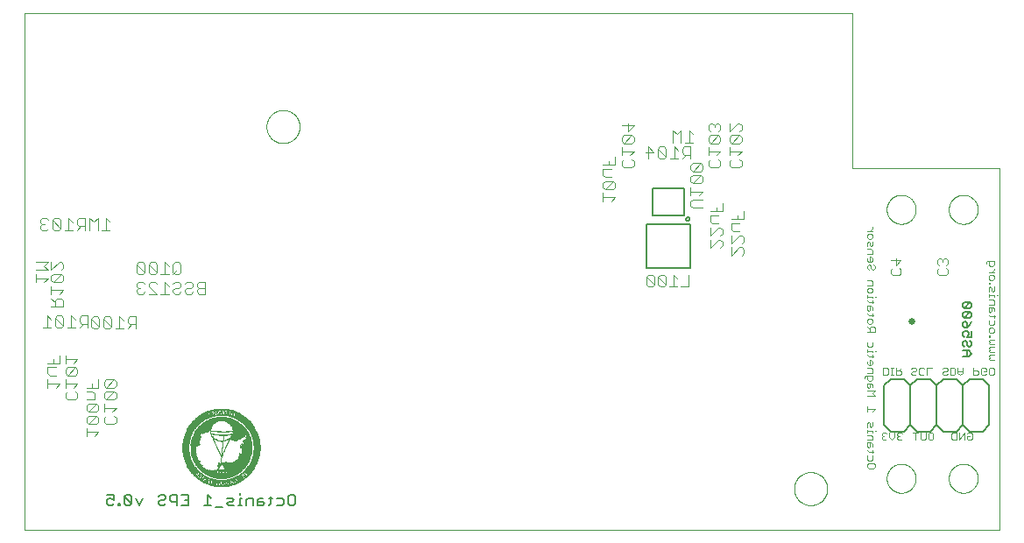
<source format=gbo>
G75*
%MOIN*%
%OFA0B0*%
%FSLAX25Y25*%
%IPPOS*%
%LPD*%
%AMOC8*
5,1,8,0,0,1.08239X$1,22.5*
%
%ADD10C,0.00000*%
%ADD11R,0.03400X0.00100*%
%ADD12R,0.04800X0.00100*%
%ADD13R,0.05900X0.00100*%
%ADD14R,0.06800X0.00100*%
%ADD15R,0.07600X0.00100*%
%ADD16R,0.00100X0.00100*%
%ADD17R,0.00900X0.00100*%
%ADD18R,0.03200X0.00100*%
%ADD19R,0.03000X0.00100*%
%ADD20R,0.00400X0.00100*%
%ADD21R,0.00700X0.00100*%
%ADD22R,0.00500X0.00100*%
%ADD23R,0.02700X0.00100*%
%ADD24R,0.02300X0.00100*%
%ADD25R,0.00200X0.00100*%
%ADD26R,0.00600X0.00100*%
%ADD27R,0.02400X0.00100*%
%ADD28R,0.02200X0.00100*%
%ADD29R,0.02600X0.00100*%
%ADD30R,0.00300X0.00100*%
%ADD31R,0.01900X0.00100*%
%ADD32R,0.01800X0.00100*%
%ADD33R,0.00800X0.00100*%
%ADD34R,0.02000X0.00100*%
%ADD35R,0.01500X0.00100*%
%ADD36R,0.01600X0.00100*%
%ADD37R,0.01400X0.00100*%
%ADD38R,0.01100X0.00100*%
%ADD39R,0.01700X0.00100*%
%ADD40R,0.01300X0.00100*%
%ADD41R,0.01200X0.00100*%
%ADD42R,0.03700X0.00100*%
%ADD43R,0.05500X0.00100*%
%ADD44R,0.01000X0.00100*%
%ADD45R,0.08000X0.00100*%
%ADD46R,0.02100X0.00100*%
%ADD47R,0.02900X0.00100*%
%ADD48R,0.04200X0.00100*%
%ADD49R,0.05200X0.00100*%
%ADD50R,0.06000X0.00100*%
%ADD51R,0.06700X0.00100*%
%ADD52R,0.07400X0.00100*%
%ADD53R,0.08500X0.00100*%
%ADD54R,0.09000X0.00100*%
%ADD55R,0.09500X0.00100*%
%ADD56R,0.09900X0.00100*%
%ADD57R,0.10300X0.00100*%
%ADD58R,0.10700X0.00100*%
%ADD59R,0.11100X0.00100*%
%ADD60R,0.11500X0.00100*%
%ADD61R,0.11800X0.00100*%
%ADD62R,0.12200X0.00100*%
%ADD63R,0.12500X0.00100*%
%ADD64R,0.04100X0.00100*%
%ADD65R,0.08600X0.00100*%
%ADD66R,0.04500X0.00100*%
%ADD67R,0.04400X0.00100*%
%ADD68R,0.04600X0.00100*%
%ADD69R,0.04900X0.00100*%
%ADD70R,0.05100X0.00100*%
%ADD71R,0.05000X0.00100*%
%ADD72R,0.03500X0.00100*%
%ADD73R,0.05400X0.00100*%
%ADD74R,0.05600X0.00100*%
%ADD75R,0.05800X0.00100*%
%ADD76R,0.02800X0.00100*%
%ADD77R,0.06100X0.00100*%
%ADD78R,0.03300X0.00100*%
%ADD79R,0.06300X0.00100*%
%ADD80R,0.06400X0.00100*%
%ADD81R,0.06600X0.00100*%
%ADD82R,0.06900X0.00100*%
%ADD83R,0.07100X0.00100*%
%ADD84R,0.03100X0.00100*%
%ADD85R,0.07200X0.00100*%
%ADD86R,0.02500X0.00100*%
%ADD87R,0.07700X0.00100*%
%ADD88R,0.07900X0.00100*%
%ADD89R,0.08100X0.00100*%
%ADD90R,0.08200X0.00100*%
%ADD91R,0.08300X0.00100*%
%ADD92R,0.08400X0.00100*%
%ADD93R,0.08800X0.00100*%
%ADD94R,0.09200X0.00100*%
%ADD95R,0.09300X0.00100*%
%ADD96R,0.09400X0.00100*%
%ADD97R,0.09600X0.00100*%
%ADD98R,0.11300X0.00100*%
%ADD99R,0.11400X0.00100*%
%ADD100R,0.10500X0.00100*%
%ADD101R,0.10100X0.00100*%
%ADD102R,0.10200X0.00100*%
%ADD103R,0.06500X0.00100*%
%ADD104R,0.06200X0.00100*%
%ADD105R,0.04700X0.00100*%
%ADD106R,0.03900X0.00100*%
%ADD107R,0.03600X0.00100*%
%ADD108R,0.04000X0.00100*%
%ADD109R,0.04300X0.00100*%
%ADD110R,0.05300X0.00100*%
%ADD111R,0.07000X0.00100*%
%ADD112R,0.05700X0.00100*%
%ADD113R,0.03800X0.00100*%
%ADD114C,0.00600*%
%ADD115C,0.00400*%
%ADD116C,0.00300*%
%ADD117C,0.00500*%
%ADD118C,0.02500*%
%ADD119C,0.00700*%
D10*
X0027103Y0012487D02*
X0027103Y0209337D01*
X0342063Y0209337D01*
X0342063Y0150282D01*
X0347969Y0150282D01*
X0346985Y0150282D01*
X0347969Y0150282D02*
X0398166Y0150282D01*
X0398166Y0012487D01*
X0342063Y0012487D01*
X0027103Y0012487D01*
X0119229Y0166030D02*
X0119231Y0166188D01*
X0119237Y0166346D01*
X0119247Y0166504D01*
X0119261Y0166662D01*
X0119279Y0166819D01*
X0119300Y0166976D01*
X0119326Y0167132D01*
X0119356Y0167288D01*
X0119389Y0167443D01*
X0119427Y0167596D01*
X0119468Y0167749D01*
X0119513Y0167901D01*
X0119562Y0168052D01*
X0119615Y0168201D01*
X0119671Y0168349D01*
X0119731Y0168495D01*
X0119795Y0168640D01*
X0119863Y0168783D01*
X0119934Y0168925D01*
X0120008Y0169065D01*
X0120086Y0169202D01*
X0120168Y0169338D01*
X0120252Y0169472D01*
X0120341Y0169603D01*
X0120432Y0169732D01*
X0120527Y0169859D01*
X0120624Y0169984D01*
X0120725Y0170106D01*
X0120829Y0170225D01*
X0120936Y0170342D01*
X0121046Y0170456D01*
X0121159Y0170567D01*
X0121274Y0170676D01*
X0121392Y0170781D01*
X0121513Y0170883D01*
X0121636Y0170983D01*
X0121762Y0171079D01*
X0121890Y0171172D01*
X0122020Y0171262D01*
X0122153Y0171348D01*
X0122288Y0171432D01*
X0122424Y0171511D01*
X0122563Y0171588D01*
X0122704Y0171660D01*
X0122846Y0171730D01*
X0122990Y0171795D01*
X0123136Y0171857D01*
X0123283Y0171915D01*
X0123432Y0171970D01*
X0123582Y0172021D01*
X0123733Y0172068D01*
X0123885Y0172111D01*
X0124038Y0172150D01*
X0124193Y0172186D01*
X0124348Y0172217D01*
X0124504Y0172245D01*
X0124660Y0172269D01*
X0124817Y0172289D01*
X0124975Y0172305D01*
X0125132Y0172317D01*
X0125291Y0172325D01*
X0125449Y0172329D01*
X0125607Y0172329D01*
X0125765Y0172325D01*
X0125924Y0172317D01*
X0126081Y0172305D01*
X0126239Y0172289D01*
X0126396Y0172269D01*
X0126552Y0172245D01*
X0126708Y0172217D01*
X0126863Y0172186D01*
X0127018Y0172150D01*
X0127171Y0172111D01*
X0127323Y0172068D01*
X0127474Y0172021D01*
X0127624Y0171970D01*
X0127773Y0171915D01*
X0127920Y0171857D01*
X0128066Y0171795D01*
X0128210Y0171730D01*
X0128352Y0171660D01*
X0128493Y0171588D01*
X0128632Y0171511D01*
X0128768Y0171432D01*
X0128903Y0171348D01*
X0129036Y0171262D01*
X0129166Y0171172D01*
X0129294Y0171079D01*
X0129420Y0170983D01*
X0129543Y0170883D01*
X0129664Y0170781D01*
X0129782Y0170676D01*
X0129897Y0170567D01*
X0130010Y0170456D01*
X0130120Y0170342D01*
X0130227Y0170225D01*
X0130331Y0170106D01*
X0130432Y0169984D01*
X0130529Y0169859D01*
X0130624Y0169732D01*
X0130715Y0169603D01*
X0130804Y0169472D01*
X0130888Y0169338D01*
X0130970Y0169202D01*
X0131048Y0169065D01*
X0131122Y0168925D01*
X0131193Y0168783D01*
X0131261Y0168640D01*
X0131325Y0168495D01*
X0131385Y0168349D01*
X0131441Y0168201D01*
X0131494Y0168052D01*
X0131543Y0167901D01*
X0131588Y0167749D01*
X0131629Y0167596D01*
X0131667Y0167443D01*
X0131700Y0167288D01*
X0131730Y0167132D01*
X0131756Y0166976D01*
X0131777Y0166819D01*
X0131795Y0166662D01*
X0131809Y0166504D01*
X0131819Y0166346D01*
X0131825Y0166188D01*
X0131827Y0166030D01*
X0131825Y0165872D01*
X0131819Y0165714D01*
X0131809Y0165556D01*
X0131795Y0165398D01*
X0131777Y0165241D01*
X0131756Y0165084D01*
X0131730Y0164928D01*
X0131700Y0164772D01*
X0131667Y0164617D01*
X0131629Y0164464D01*
X0131588Y0164311D01*
X0131543Y0164159D01*
X0131494Y0164008D01*
X0131441Y0163859D01*
X0131385Y0163711D01*
X0131325Y0163565D01*
X0131261Y0163420D01*
X0131193Y0163277D01*
X0131122Y0163135D01*
X0131048Y0162995D01*
X0130970Y0162858D01*
X0130888Y0162722D01*
X0130804Y0162588D01*
X0130715Y0162457D01*
X0130624Y0162328D01*
X0130529Y0162201D01*
X0130432Y0162076D01*
X0130331Y0161954D01*
X0130227Y0161835D01*
X0130120Y0161718D01*
X0130010Y0161604D01*
X0129897Y0161493D01*
X0129782Y0161384D01*
X0129664Y0161279D01*
X0129543Y0161177D01*
X0129420Y0161077D01*
X0129294Y0160981D01*
X0129166Y0160888D01*
X0129036Y0160798D01*
X0128903Y0160712D01*
X0128768Y0160628D01*
X0128632Y0160549D01*
X0128493Y0160472D01*
X0128352Y0160400D01*
X0128210Y0160330D01*
X0128066Y0160265D01*
X0127920Y0160203D01*
X0127773Y0160145D01*
X0127624Y0160090D01*
X0127474Y0160039D01*
X0127323Y0159992D01*
X0127171Y0159949D01*
X0127018Y0159910D01*
X0126863Y0159874D01*
X0126708Y0159843D01*
X0126552Y0159815D01*
X0126396Y0159791D01*
X0126239Y0159771D01*
X0126081Y0159755D01*
X0125924Y0159743D01*
X0125765Y0159735D01*
X0125607Y0159731D01*
X0125449Y0159731D01*
X0125291Y0159735D01*
X0125132Y0159743D01*
X0124975Y0159755D01*
X0124817Y0159771D01*
X0124660Y0159791D01*
X0124504Y0159815D01*
X0124348Y0159843D01*
X0124193Y0159874D01*
X0124038Y0159910D01*
X0123885Y0159949D01*
X0123733Y0159992D01*
X0123582Y0160039D01*
X0123432Y0160090D01*
X0123283Y0160145D01*
X0123136Y0160203D01*
X0122990Y0160265D01*
X0122846Y0160330D01*
X0122704Y0160400D01*
X0122563Y0160472D01*
X0122424Y0160549D01*
X0122288Y0160628D01*
X0122153Y0160712D01*
X0122020Y0160798D01*
X0121890Y0160888D01*
X0121762Y0160981D01*
X0121636Y0161077D01*
X0121513Y0161177D01*
X0121392Y0161279D01*
X0121274Y0161384D01*
X0121159Y0161493D01*
X0121046Y0161604D01*
X0120936Y0161718D01*
X0120829Y0161835D01*
X0120725Y0161954D01*
X0120624Y0162076D01*
X0120527Y0162201D01*
X0120432Y0162328D01*
X0120341Y0162457D01*
X0120252Y0162588D01*
X0120168Y0162722D01*
X0120086Y0162858D01*
X0120008Y0162995D01*
X0119934Y0163135D01*
X0119863Y0163277D01*
X0119795Y0163420D01*
X0119731Y0163565D01*
X0119671Y0163711D01*
X0119615Y0163859D01*
X0119562Y0164008D01*
X0119513Y0164159D01*
X0119468Y0164311D01*
X0119427Y0164464D01*
X0119389Y0164617D01*
X0119356Y0164772D01*
X0119326Y0164928D01*
X0119300Y0165084D01*
X0119279Y0165241D01*
X0119261Y0165398D01*
X0119247Y0165556D01*
X0119237Y0165714D01*
X0119231Y0165872D01*
X0119229Y0166030D01*
X0355252Y0134534D02*
X0355254Y0134682D01*
X0355260Y0134830D01*
X0355270Y0134978D01*
X0355284Y0135125D01*
X0355302Y0135272D01*
X0355323Y0135418D01*
X0355349Y0135564D01*
X0355379Y0135709D01*
X0355412Y0135853D01*
X0355450Y0135996D01*
X0355491Y0136138D01*
X0355536Y0136279D01*
X0355584Y0136419D01*
X0355637Y0136558D01*
X0355693Y0136695D01*
X0355753Y0136830D01*
X0355816Y0136964D01*
X0355883Y0137096D01*
X0355954Y0137226D01*
X0356028Y0137354D01*
X0356105Y0137480D01*
X0356186Y0137604D01*
X0356270Y0137726D01*
X0356357Y0137845D01*
X0356448Y0137962D01*
X0356542Y0138077D01*
X0356638Y0138189D01*
X0356738Y0138299D01*
X0356840Y0138405D01*
X0356946Y0138509D01*
X0357054Y0138610D01*
X0357165Y0138708D01*
X0357278Y0138804D01*
X0357394Y0138896D01*
X0357512Y0138985D01*
X0357633Y0139070D01*
X0357756Y0139153D01*
X0357881Y0139232D01*
X0358008Y0139308D01*
X0358137Y0139380D01*
X0358268Y0139449D01*
X0358401Y0139514D01*
X0358536Y0139575D01*
X0358672Y0139633D01*
X0358809Y0139688D01*
X0358948Y0139738D01*
X0359089Y0139785D01*
X0359230Y0139828D01*
X0359373Y0139868D01*
X0359517Y0139903D01*
X0359661Y0139935D01*
X0359807Y0139962D01*
X0359953Y0139986D01*
X0360100Y0140006D01*
X0360247Y0140022D01*
X0360394Y0140034D01*
X0360542Y0140042D01*
X0360690Y0140046D01*
X0360838Y0140046D01*
X0360986Y0140042D01*
X0361134Y0140034D01*
X0361281Y0140022D01*
X0361428Y0140006D01*
X0361575Y0139986D01*
X0361721Y0139962D01*
X0361867Y0139935D01*
X0362011Y0139903D01*
X0362155Y0139868D01*
X0362298Y0139828D01*
X0362439Y0139785D01*
X0362580Y0139738D01*
X0362719Y0139688D01*
X0362856Y0139633D01*
X0362992Y0139575D01*
X0363127Y0139514D01*
X0363260Y0139449D01*
X0363391Y0139380D01*
X0363520Y0139308D01*
X0363647Y0139232D01*
X0363772Y0139153D01*
X0363895Y0139070D01*
X0364016Y0138985D01*
X0364134Y0138896D01*
X0364250Y0138804D01*
X0364363Y0138708D01*
X0364474Y0138610D01*
X0364582Y0138509D01*
X0364688Y0138405D01*
X0364790Y0138299D01*
X0364890Y0138189D01*
X0364986Y0138077D01*
X0365080Y0137962D01*
X0365171Y0137845D01*
X0365258Y0137726D01*
X0365342Y0137604D01*
X0365423Y0137480D01*
X0365500Y0137354D01*
X0365574Y0137226D01*
X0365645Y0137096D01*
X0365712Y0136964D01*
X0365775Y0136830D01*
X0365835Y0136695D01*
X0365891Y0136558D01*
X0365944Y0136419D01*
X0365992Y0136279D01*
X0366037Y0136138D01*
X0366078Y0135996D01*
X0366116Y0135853D01*
X0366149Y0135709D01*
X0366179Y0135564D01*
X0366205Y0135418D01*
X0366226Y0135272D01*
X0366244Y0135125D01*
X0366258Y0134978D01*
X0366268Y0134830D01*
X0366274Y0134682D01*
X0366276Y0134534D01*
X0366274Y0134386D01*
X0366268Y0134238D01*
X0366258Y0134090D01*
X0366244Y0133943D01*
X0366226Y0133796D01*
X0366205Y0133650D01*
X0366179Y0133504D01*
X0366149Y0133359D01*
X0366116Y0133215D01*
X0366078Y0133072D01*
X0366037Y0132930D01*
X0365992Y0132789D01*
X0365944Y0132649D01*
X0365891Y0132510D01*
X0365835Y0132373D01*
X0365775Y0132238D01*
X0365712Y0132104D01*
X0365645Y0131972D01*
X0365574Y0131842D01*
X0365500Y0131714D01*
X0365423Y0131588D01*
X0365342Y0131464D01*
X0365258Y0131342D01*
X0365171Y0131223D01*
X0365080Y0131106D01*
X0364986Y0130991D01*
X0364890Y0130879D01*
X0364790Y0130769D01*
X0364688Y0130663D01*
X0364582Y0130559D01*
X0364474Y0130458D01*
X0364363Y0130360D01*
X0364250Y0130264D01*
X0364134Y0130172D01*
X0364016Y0130083D01*
X0363895Y0129998D01*
X0363772Y0129915D01*
X0363647Y0129836D01*
X0363520Y0129760D01*
X0363391Y0129688D01*
X0363260Y0129619D01*
X0363127Y0129554D01*
X0362992Y0129493D01*
X0362856Y0129435D01*
X0362719Y0129380D01*
X0362580Y0129330D01*
X0362439Y0129283D01*
X0362298Y0129240D01*
X0362155Y0129200D01*
X0362011Y0129165D01*
X0361867Y0129133D01*
X0361721Y0129106D01*
X0361575Y0129082D01*
X0361428Y0129062D01*
X0361281Y0129046D01*
X0361134Y0129034D01*
X0360986Y0129026D01*
X0360838Y0129022D01*
X0360690Y0129022D01*
X0360542Y0129026D01*
X0360394Y0129034D01*
X0360247Y0129046D01*
X0360100Y0129062D01*
X0359953Y0129082D01*
X0359807Y0129106D01*
X0359661Y0129133D01*
X0359517Y0129165D01*
X0359373Y0129200D01*
X0359230Y0129240D01*
X0359089Y0129283D01*
X0358948Y0129330D01*
X0358809Y0129380D01*
X0358672Y0129435D01*
X0358536Y0129493D01*
X0358401Y0129554D01*
X0358268Y0129619D01*
X0358137Y0129688D01*
X0358008Y0129760D01*
X0357881Y0129836D01*
X0357756Y0129915D01*
X0357633Y0129998D01*
X0357512Y0130083D01*
X0357394Y0130172D01*
X0357278Y0130264D01*
X0357165Y0130360D01*
X0357054Y0130458D01*
X0356946Y0130559D01*
X0356840Y0130663D01*
X0356738Y0130769D01*
X0356638Y0130879D01*
X0356542Y0130991D01*
X0356448Y0131106D01*
X0356357Y0131223D01*
X0356270Y0131342D01*
X0356186Y0131464D01*
X0356105Y0131588D01*
X0356028Y0131714D01*
X0355954Y0131842D01*
X0355883Y0131972D01*
X0355816Y0132104D01*
X0355753Y0132238D01*
X0355693Y0132373D01*
X0355637Y0132510D01*
X0355584Y0132649D01*
X0355536Y0132789D01*
X0355491Y0132930D01*
X0355450Y0133072D01*
X0355412Y0133215D01*
X0355379Y0133359D01*
X0355349Y0133504D01*
X0355323Y0133650D01*
X0355302Y0133796D01*
X0355284Y0133943D01*
X0355270Y0134090D01*
X0355260Y0134238D01*
X0355254Y0134386D01*
X0355252Y0134534D01*
X0378874Y0134534D02*
X0378876Y0134682D01*
X0378882Y0134830D01*
X0378892Y0134978D01*
X0378906Y0135125D01*
X0378924Y0135272D01*
X0378945Y0135418D01*
X0378971Y0135564D01*
X0379001Y0135709D01*
X0379034Y0135853D01*
X0379072Y0135996D01*
X0379113Y0136138D01*
X0379158Y0136279D01*
X0379206Y0136419D01*
X0379259Y0136558D01*
X0379315Y0136695D01*
X0379375Y0136830D01*
X0379438Y0136964D01*
X0379505Y0137096D01*
X0379576Y0137226D01*
X0379650Y0137354D01*
X0379727Y0137480D01*
X0379808Y0137604D01*
X0379892Y0137726D01*
X0379979Y0137845D01*
X0380070Y0137962D01*
X0380164Y0138077D01*
X0380260Y0138189D01*
X0380360Y0138299D01*
X0380462Y0138405D01*
X0380568Y0138509D01*
X0380676Y0138610D01*
X0380787Y0138708D01*
X0380900Y0138804D01*
X0381016Y0138896D01*
X0381134Y0138985D01*
X0381255Y0139070D01*
X0381378Y0139153D01*
X0381503Y0139232D01*
X0381630Y0139308D01*
X0381759Y0139380D01*
X0381890Y0139449D01*
X0382023Y0139514D01*
X0382158Y0139575D01*
X0382294Y0139633D01*
X0382431Y0139688D01*
X0382570Y0139738D01*
X0382711Y0139785D01*
X0382852Y0139828D01*
X0382995Y0139868D01*
X0383139Y0139903D01*
X0383283Y0139935D01*
X0383429Y0139962D01*
X0383575Y0139986D01*
X0383722Y0140006D01*
X0383869Y0140022D01*
X0384016Y0140034D01*
X0384164Y0140042D01*
X0384312Y0140046D01*
X0384460Y0140046D01*
X0384608Y0140042D01*
X0384756Y0140034D01*
X0384903Y0140022D01*
X0385050Y0140006D01*
X0385197Y0139986D01*
X0385343Y0139962D01*
X0385489Y0139935D01*
X0385633Y0139903D01*
X0385777Y0139868D01*
X0385920Y0139828D01*
X0386061Y0139785D01*
X0386202Y0139738D01*
X0386341Y0139688D01*
X0386478Y0139633D01*
X0386614Y0139575D01*
X0386749Y0139514D01*
X0386882Y0139449D01*
X0387013Y0139380D01*
X0387142Y0139308D01*
X0387269Y0139232D01*
X0387394Y0139153D01*
X0387517Y0139070D01*
X0387638Y0138985D01*
X0387756Y0138896D01*
X0387872Y0138804D01*
X0387985Y0138708D01*
X0388096Y0138610D01*
X0388204Y0138509D01*
X0388310Y0138405D01*
X0388412Y0138299D01*
X0388512Y0138189D01*
X0388608Y0138077D01*
X0388702Y0137962D01*
X0388793Y0137845D01*
X0388880Y0137726D01*
X0388964Y0137604D01*
X0389045Y0137480D01*
X0389122Y0137354D01*
X0389196Y0137226D01*
X0389267Y0137096D01*
X0389334Y0136964D01*
X0389397Y0136830D01*
X0389457Y0136695D01*
X0389513Y0136558D01*
X0389566Y0136419D01*
X0389614Y0136279D01*
X0389659Y0136138D01*
X0389700Y0135996D01*
X0389738Y0135853D01*
X0389771Y0135709D01*
X0389801Y0135564D01*
X0389827Y0135418D01*
X0389848Y0135272D01*
X0389866Y0135125D01*
X0389880Y0134978D01*
X0389890Y0134830D01*
X0389896Y0134682D01*
X0389898Y0134534D01*
X0389896Y0134386D01*
X0389890Y0134238D01*
X0389880Y0134090D01*
X0389866Y0133943D01*
X0389848Y0133796D01*
X0389827Y0133650D01*
X0389801Y0133504D01*
X0389771Y0133359D01*
X0389738Y0133215D01*
X0389700Y0133072D01*
X0389659Y0132930D01*
X0389614Y0132789D01*
X0389566Y0132649D01*
X0389513Y0132510D01*
X0389457Y0132373D01*
X0389397Y0132238D01*
X0389334Y0132104D01*
X0389267Y0131972D01*
X0389196Y0131842D01*
X0389122Y0131714D01*
X0389045Y0131588D01*
X0388964Y0131464D01*
X0388880Y0131342D01*
X0388793Y0131223D01*
X0388702Y0131106D01*
X0388608Y0130991D01*
X0388512Y0130879D01*
X0388412Y0130769D01*
X0388310Y0130663D01*
X0388204Y0130559D01*
X0388096Y0130458D01*
X0387985Y0130360D01*
X0387872Y0130264D01*
X0387756Y0130172D01*
X0387638Y0130083D01*
X0387517Y0129998D01*
X0387394Y0129915D01*
X0387269Y0129836D01*
X0387142Y0129760D01*
X0387013Y0129688D01*
X0386882Y0129619D01*
X0386749Y0129554D01*
X0386614Y0129493D01*
X0386478Y0129435D01*
X0386341Y0129380D01*
X0386202Y0129330D01*
X0386061Y0129283D01*
X0385920Y0129240D01*
X0385777Y0129200D01*
X0385633Y0129165D01*
X0385489Y0129133D01*
X0385343Y0129106D01*
X0385197Y0129082D01*
X0385050Y0129062D01*
X0384903Y0129046D01*
X0384756Y0129034D01*
X0384608Y0129026D01*
X0384460Y0129022D01*
X0384312Y0129022D01*
X0384164Y0129026D01*
X0384016Y0129034D01*
X0383869Y0129046D01*
X0383722Y0129062D01*
X0383575Y0129082D01*
X0383429Y0129106D01*
X0383283Y0129133D01*
X0383139Y0129165D01*
X0382995Y0129200D01*
X0382852Y0129240D01*
X0382711Y0129283D01*
X0382570Y0129330D01*
X0382431Y0129380D01*
X0382294Y0129435D01*
X0382158Y0129493D01*
X0382023Y0129554D01*
X0381890Y0129619D01*
X0381759Y0129688D01*
X0381630Y0129760D01*
X0381503Y0129836D01*
X0381378Y0129915D01*
X0381255Y0129998D01*
X0381134Y0130083D01*
X0381016Y0130172D01*
X0380900Y0130264D01*
X0380787Y0130360D01*
X0380676Y0130458D01*
X0380568Y0130559D01*
X0380462Y0130663D01*
X0380360Y0130769D01*
X0380260Y0130879D01*
X0380164Y0130991D01*
X0380070Y0131106D01*
X0379979Y0131223D01*
X0379892Y0131342D01*
X0379808Y0131464D01*
X0379727Y0131588D01*
X0379650Y0131714D01*
X0379576Y0131842D01*
X0379505Y0131972D01*
X0379438Y0132104D01*
X0379375Y0132238D01*
X0379315Y0132373D01*
X0379259Y0132510D01*
X0379206Y0132649D01*
X0379158Y0132789D01*
X0379113Y0132930D01*
X0379072Y0133072D01*
X0379034Y0133215D01*
X0379001Y0133359D01*
X0378971Y0133504D01*
X0378945Y0133650D01*
X0378924Y0133796D01*
X0378906Y0133943D01*
X0378892Y0134090D01*
X0378882Y0134238D01*
X0378876Y0134386D01*
X0378874Y0134534D01*
X0378874Y0032172D02*
X0378876Y0032320D01*
X0378882Y0032468D01*
X0378892Y0032616D01*
X0378906Y0032763D01*
X0378924Y0032910D01*
X0378945Y0033056D01*
X0378971Y0033202D01*
X0379001Y0033347D01*
X0379034Y0033491D01*
X0379072Y0033634D01*
X0379113Y0033776D01*
X0379158Y0033917D01*
X0379206Y0034057D01*
X0379259Y0034196D01*
X0379315Y0034333D01*
X0379375Y0034468D01*
X0379438Y0034602D01*
X0379505Y0034734D01*
X0379576Y0034864D01*
X0379650Y0034992D01*
X0379727Y0035118D01*
X0379808Y0035242D01*
X0379892Y0035364D01*
X0379979Y0035483D01*
X0380070Y0035600D01*
X0380164Y0035715D01*
X0380260Y0035827D01*
X0380360Y0035937D01*
X0380462Y0036043D01*
X0380568Y0036147D01*
X0380676Y0036248D01*
X0380787Y0036346D01*
X0380900Y0036442D01*
X0381016Y0036534D01*
X0381134Y0036623D01*
X0381255Y0036708D01*
X0381378Y0036791D01*
X0381503Y0036870D01*
X0381630Y0036946D01*
X0381759Y0037018D01*
X0381890Y0037087D01*
X0382023Y0037152D01*
X0382158Y0037213D01*
X0382294Y0037271D01*
X0382431Y0037326D01*
X0382570Y0037376D01*
X0382711Y0037423D01*
X0382852Y0037466D01*
X0382995Y0037506D01*
X0383139Y0037541D01*
X0383283Y0037573D01*
X0383429Y0037600D01*
X0383575Y0037624D01*
X0383722Y0037644D01*
X0383869Y0037660D01*
X0384016Y0037672D01*
X0384164Y0037680D01*
X0384312Y0037684D01*
X0384460Y0037684D01*
X0384608Y0037680D01*
X0384756Y0037672D01*
X0384903Y0037660D01*
X0385050Y0037644D01*
X0385197Y0037624D01*
X0385343Y0037600D01*
X0385489Y0037573D01*
X0385633Y0037541D01*
X0385777Y0037506D01*
X0385920Y0037466D01*
X0386061Y0037423D01*
X0386202Y0037376D01*
X0386341Y0037326D01*
X0386478Y0037271D01*
X0386614Y0037213D01*
X0386749Y0037152D01*
X0386882Y0037087D01*
X0387013Y0037018D01*
X0387142Y0036946D01*
X0387269Y0036870D01*
X0387394Y0036791D01*
X0387517Y0036708D01*
X0387638Y0036623D01*
X0387756Y0036534D01*
X0387872Y0036442D01*
X0387985Y0036346D01*
X0388096Y0036248D01*
X0388204Y0036147D01*
X0388310Y0036043D01*
X0388412Y0035937D01*
X0388512Y0035827D01*
X0388608Y0035715D01*
X0388702Y0035600D01*
X0388793Y0035483D01*
X0388880Y0035364D01*
X0388964Y0035242D01*
X0389045Y0035118D01*
X0389122Y0034992D01*
X0389196Y0034864D01*
X0389267Y0034734D01*
X0389334Y0034602D01*
X0389397Y0034468D01*
X0389457Y0034333D01*
X0389513Y0034196D01*
X0389566Y0034057D01*
X0389614Y0033917D01*
X0389659Y0033776D01*
X0389700Y0033634D01*
X0389738Y0033491D01*
X0389771Y0033347D01*
X0389801Y0033202D01*
X0389827Y0033056D01*
X0389848Y0032910D01*
X0389866Y0032763D01*
X0389880Y0032616D01*
X0389890Y0032468D01*
X0389896Y0032320D01*
X0389898Y0032172D01*
X0389896Y0032024D01*
X0389890Y0031876D01*
X0389880Y0031728D01*
X0389866Y0031581D01*
X0389848Y0031434D01*
X0389827Y0031288D01*
X0389801Y0031142D01*
X0389771Y0030997D01*
X0389738Y0030853D01*
X0389700Y0030710D01*
X0389659Y0030568D01*
X0389614Y0030427D01*
X0389566Y0030287D01*
X0389513Y0030148D01*
X0389457Y0030011D01*
X0389397Y0029876D01*
X0389334Y0029742D01*
X0389267Y0029610D01*
X0389196Y0029480D01*
X0389122Y0029352D01*
X0389045Y0029226D01*
X0388964Y0029102D01*
X0388880Y0028980D01*
X0388793Y0028861D01*
X0388702Y0028744D01*
X0388608Y0028629D01*
X0388512Y0028517D01*
X0388412Y0028407D01*
X0388310Y0028301D01*
X0388204Y0028197D01*
X0388096Y0028096D01*
X0387985Y0027998D01*
X0387872Y0027902D01*
X0387756Y0027810D01*
X0387638Y0027721D01*
X0387517Y0027636D01*
X0387394Y0027553D01*
X0387269Y0027474D01*
X0387142Y0027398D01*
X0387013Y0027326D01*
X0386882Y0027257D01*
X0386749Y0027192D01*
X0386614Y0027131D01*
X0386478Y0027073D01*
X0386341Y0027018D01*
X0386202Y0026968D01*
X0386061Y0026921D01*
X0385920Y0026878D01*
X0385777Y0026838D01*
X0385633Y0026803D01*
X0385489Y0026771D01*
X0385343Y0026744D01*
X0385197Y0026720D01*
X0385050Y0026700D01*
X0384903Y0026684D01*
X0384756Y0026672D01*
X0384608Y0026664D01*
X0384460Y0026660D01*
X0384312Y0026660D01*
X0384164Y0026664D01*
X0384016Y0026672D01*
X0383869Y0026684D01*
X0383722Y0026700D01*
X0383575Y0026720D01*
X0383429Y0026744D01*
X0383283Y0026771D01*
X0383139Y0026803D01*
X0382995Y0026838D01*
X0382852Y0026878D01*
X0382711Y0026921D01*
X0382570Y0026968D01*
X0382431Y0027018D01*
X0382294Y0027073D01*
X0382158Y0027131D01*
X0382023Y0027192D01*
X0381890Y0027257D01*
X0381759Y0027326D01*
X0381630Y0027398D01*
X0381503Y0027474D01*
X0381378Y0027553D01*
X0381255Y0027636D01*
X0381134Y0027721D01*
X0381016Y0027810D01*
X0380900Y0027902D01*
X0380787Y0027998D01*
X0380676Y0028096D01*
X0380568Y0028197D01*
X0380462Y0028301D01*
X0380360Y0028407D01*
X0380260Y0028517D01*
X0380164Y0028629D01*
X0380070Y0028744D01*
X0379979Y0028861D01*
X0379892Y0028980D01*
X0379808Y0029102D01*
X0379727Y0029226D01*
X0379650Y0029352D01*
X0379576Y0029480D01*
X0379505Y0029610D01*
X0379438Y0029742D01*
X0379375Y0029876D01*
X0379315Y0030011D01*
X0379259Y0030148D01*
X0379206Y0030287D01*
X0379158Y0030427D01*
X0379113Y0030568D01*
X0379072Y0030710D01*
X0379034Y0030853D01*
X0379001Y0030997D01*
X0378971Y0031142D01*
X0378945Y0031288D01*
X0378924Y0031434D01*
X0378906Y0031581D01*
X0378892Y0031728D01*
X0378882Y0031876D01*
X0378876Y0032024D01*
X0378874Y0032172D01*
X0355252Y0032172D02*
X0355254Y0032320D01*
X0355260Y0032468D01*
X0355270Y0032616D01*
X0355284Y0032763D01*
X0355302Y0032910D01*
X0355323Y0033056D01*
X0355349Y0033202D01*
X0355379Y0033347D01*
X0355412Y0033491D01*
X0355450Y0033634D01*
X0355491Y0033776D01*
X0355536Y0033917D01*
X0355584Y0034057D01*
X0355637Y0034196D01*
X0355693Y0034333D01*
X0355753Y0034468D01*
X0355816Y0034602D01*
X0355883Y0034734D01*
X0355954Y0034864D01*
X0356028Y0034992D01*
X0356105Y0035118D01*
X0356186Y0035242D01*
X0356270Y0035364D01*
X0356357Y0035483D01*
X0356448Y0035600D01*
X0356542Y0035715D01*
X0356638Y0035827D01*
X0356738Y0035937D01*
X0356840Y0036043D01*
X0356946Y0036147D01*
X0357054Y0036248D01*
X0357165Y0036346D01*
X0357278Y0036442D01*
X0357394Y0036534D01*
X0357512Y0036623D01*
X0357633Y0036708D01*
X0357756Y0036791D01*
X0357881Y0036870D01*
X0358008Y0036946D01*
X0358137Y0037018D01*
X0358268Y0037087D01*
X0358401Y0037152D01*
X0358536Y0037213D01*
X0358672Y0037271D01*
X0358809Y0037326D01*
X0358948Y0037376D01*
X0359089Y0037423D01*
X0359230Y0037466D01*
X0359373Y0037506D01*
X0359517Y0037541D01*
X0359661Y0037573D01*
X0359807Y0037600D01*
X0359953Y0037624D01*
X0360100Y0037644D01*
X0360247Y0037660D01*
X0360394Y0037672D01*
X0360542Y0037680D01*
X0360690Y0037684D01*
X0360838Y0037684D01*
X0360986Y0037680D01*
X0361134Y0037672D01*
X0361281Y0037660D01*
X0361428Y0037644D01*
X0361575Y0037624D01*
X0361721Y0037600D01*
X0361867Y0037573D01*
X0362011Y0037541D01*
X0362155Y0037506D01*
X0362298Y0037466D01*
X0362439Y0037423D01*
X0362580Y0037376D01*
X0362719Y0037326D01*
X0362856Y0037271D01*
X0362992Y0037213D01*
X0363127Y0037152D01*
X0363260Y0037087D01*
X0363391Y0037018D01*
X0363520Y0036946D01*
X0363647Y0036870D01*
X0363772Y0036791D01*
X0363895Y0036708D01*
X0364016Y0036623D01*
X0364134Y0036534D01*
X0364250Y0036442D01*
X0364363Y0036346D01*
X0364474Y0036248D01*
X0364582Y0036147D01*
X0364688Y0036043D01*
X0364790Y0035937D01*
X0364890Y0035827D01*
X0364986Y0035715D01*
X0365080Y0035600D01*
X0365171Y0035483D01*
X0365258Y0035364D01*
X0365342Y0035242D01*
X0365423Y0035118D01*
X0365500Y0034992D01*
X0365574Y0034864D01*
X0365645Y0034734D01*
X0365712Y0034602D01*
X0365775Y0034468D01*
X0365835Y0034333D01*
X0365891Y0034196D01*
X0365944Y0034057D01*
X0365992Y0033917D01*
X0366037Y0033776D01*
X0366078Y0033634D01*
X0366116Y0033491D01*
X0366149Y0033347D01*
X0366179Y0033202D01*
X0366205Y0033056D01*
X0366226Y0032910D01*
X0366244Y0032763D01*
X0366258Y0032616D01*
X0366268Y0032468D01*
X0366274Y0032320D01*
X0366276Y0032172D01*
X0366274Y0032024D01*
X0366268Y0031876D01*
X0366258Y0031728D01*
X0366244Y0031581D01*
X0366226Y0031434D01*
X0366205Y0031288D01*
X0366179Y0031142D01*
X0366149Y0030997D01*
X0366116Y0030853D01*
X0366078Y0030710D01*
X0366037Y0030568D01*
X0365992Y0030427D01*
X0365944Y0030287D01*
X0365891Y0030148D01*
X0365835Y0030011D01*
X0365775Y0029876D01*
X0365712Y0029742D01*
X0365645Y0029610D01*
X0365574Y0029480D01*
X0365500Y0029352D01*
X0365423Y0029226D01*
X0365342Y0029102D01*
X0365258Y0028980D01*
X0365171Y0028861D01*
X0365080Y0028744D01*
X0364986Y0028629D01*
X0364890Y0028517D01*
X0364790Y0028407D01*
X0364688Y0028301D01*
X0364582Y0028197D01*
X0364474Y0028096D01*
X0364363Y0027998D01*
X0364250Y0027902D01*
X0364134Y0027810D01*
X0364016Y0027721D01*
X0363895Y0027636D01*
X0363772Y0027553D01*
X0363647Y0027474D01*
X0363520Y0027398D01*
X0363391Y0027326D01*
X0363260Y0027257D01*
X0363127Y0027192D01*
X0362992Y0027131D01*
X0362856Y0027073D01*
X0362719Y0027018D01*
X0362580Y0026968D01*
X0362439Y0026921D01*
X0362298Y0026878D01*
X0362155Y0026838D01*
X0362011Y0026803D01*
X0361867Y0026771D01*
X0361721Y0026744D01*
X0361575Y0026720D01*
X0361428Y0026700D01*
X0361281Y0026684D01*
X0361134Y0026672D01*
X0360986Y0026664D01*
X0360838Y0026660D01*
X0360690Y0026660D01*
X0360542Y0026664D01*
X0360394Y0026672D01*
X0360247Y0026684D01*
X0360100Y0026700D01*
X0359953Y0026720D01*
X0359807Y0026744D01*
X0359661Y0026771D01*
X0359517Y0026803D01*
X0359373Y0026838D01*
X0359230Y0026878D01*
X0359089Y0026921D01*
X0358948Y0026968D01*
X0358809Y0027018D01*
X0358672Y0027073D01*
X0358536Y0027131D01*
X0358401Y0027192D01*
X0358268Y0027257D01*
X0358137Y0027326D01*
X0358008Y0027398D01*
X0357881Y0027474D01*
X0357756Y0027553D01*
X0357633Y0027636D01*
X0357512Y0027721D01*
X0357394Y0027810D01*
X0357278Y0027902D01*
X0357165Y0027998D01*
X0357054Y0028096D01*
X0356946Y0028197D01*
X0356840Y0028301D01*
X0356738Y0028407D01*
X0356638Y0028517D01*
X0356542Y0028629D01*
X0356448Y0028744D01*
X0356357Y0028861D01*
X0356270Y0028980D01*
X0356186Y0029102D01*
X0356105Y0029226D01*
X0356028Y0029352D01*
X0355954Y0029480D01*
X0355883Y0029610D01*
X0355816Y0029742D01*
X0355753Y0029876D01*
X0355693Y0030011D01*
X0355637Y0030148D01*
X0355584Y0030287D01*
X0355536Y0030427D01*
X0355491Y0030568D01*
X0355450Y0030710D01*
X0355412Y0030853D01*
X0355379Y0030997D01*
X0355349Y0031142D01*
X0355323Y0031288D01*
X0355302Y0031434D01*
X0355284Y0031581D01*
X0355270Y0031728D01*
X0355260Y0031876D01*
X0355254Y0032024D01*
X0355252Y0032172D01*
X0320016Y0028235D02*
X0320018Y0028393D01*
X0320024Y0028551D01*
X0320034Y0028709D01*
X0320048Y0028867D01*
X0320066Y0029024D01*
X0320087Y0029181D01*
X0320113Y0029337D01*
X0320143Y0029493D01*
X0320176Y0029648D01*
X0320214Y0029801D01*
X0320255Y0029954D01*
X0320300Y0030106D01*
X0320349Y0030257D01*
X0320402Y0030406D01*
X0320458Y0030554D01*
X0320518Y0030700D01*
X0320582Y0030845D01*
X0320650Y0030988D01*
X0320721Y0031130D01*
X0320795Y0031270D01*
X0320873Y0031407D01*
X0320955Y0031543D01*
X0321039Y0031677D01*
X0321128Y0031808D01*
X0321219Y0031937D01*
X0321314Y0032064D01*
X0321411Y0032189D01*
X0321512Y0032311D01*
X0321616Y0032430D01*
X0321723Y0032547D01*
X0321833Y0032661D01*
X0321946Y0032772D01*
X0322061Y0032881D01*
X0322179Y0032986D01*
X0322300Y0033088D01*
X0322423Y0033188D01*
X0322549Y0033284D01*
X0322677Y0033377D01*
X0322807Y0033467D01*
X0322940Y0033553D01*
X0323075Y0033637D01*
X0323211Y0033716D01*
X0323350Y0033793D01*
X0323491Y0033865D01*
X0323633Y0033935D01*
X0323777Y0034000D01*
X0323923Y0034062D01*
X0324070Y0034120D01*
X0324219Y0034175D01*
X0324369Y0034226D01*
X0324520Y0034273D01*
X0324672Y0034316D01*
X0324825Y0034355D01*
X0324980Y0034391D01*
X0325135Y0034422D01*
X0325291Y0034450D01*
X0325447Y0034474D01*
X0325604Y0034494D01*
X0325762Y0034510D01*
X0325919Y0034522D01*
X0326078Y0034530D01*
X0326236Y0034534D01*
X0326394Y0034534D01*
X0326552Y0034530D01*
X0326711Y0034522D01*
X0326868Y0034510D01*
X0327026Y0034494D01*
X0327183Y0034474D01*
X0327339Y0034450D01*
X0327495Y0034422D01*
X0327650Y0034391D01*
X0327805Y0034355D01*
X0327958Y0034316D01*
X0328110Y0034273D01*
X0328261Y0034226D01*
X0328411Y0034175D01*
X0328560Y0034120D01*
X0328707Y0034062D01*
X0328853Y0034000D01*
X0328997Y0033935D01*
X0329139Y0033865D01*
X0329280Y0033793D01*
X0329419Y0033716D01*
X0329555Y0033637D01*
X0329690Y0033553D01*
X0329823Y0033467D01*
X0329953Y0033377D01*
X0330081Y0033284D01*
X0330207Y0033188D01*
X0330330Y0033088D01*
X0330451Y0032986D01*
X0330569Y0032881D01*
X0330684Y0032772D01*
X0330797Y0032661D01*
X0330907Y0032547D01*
X0331014Y0032430D01*
X0331118Y0032311D01*
X0331219Y0032189D01*
X0331316Y0032064D01*
X0331411Y0031937D01*
X0331502Y0031808D01*
X0331591Y0031677D01*
X0331675Y0031543D01*
X0331757Y0031407D01*
X0331835Y0031270D01*
X0331909Y0031130D01*
X0331980Y0030988D01*
X0332048Y0030845D01*
X0332112Y0030700D01*
X0332172Y0030554D01*
X0332228Y0030406D01*
X0332281Y0030257D01*
X0332330Y0030106D01*
X0332375Y0029954D01*
X0332416Y0029801D01*
X0332454Y0029648D01*
X0332487Y0029493D01*
X0332517Y0029337D01*
X0332543Y0029181D01*
X0332564Y0029024D01*
X0332582Y0028867D01*
X0332596Y0028709D01*
X0332606Y0028551D01*
X0332612Y0028393D01*
X0332614Y0028235D01*
X0332612Y0028077D01*
X0332606Y0027919D01*
X0332596Y0027761D01*
X0332582Y0027603D01*
X0332564Y0027446D01*
X0332543Y0027289D01*
X0332517Y0027133D01*
X0332487Y0026977D01*
X0332454Y0026822D01*
X0332416Y0026669D01*
X0332375Y0026516D01*
X0332330Y0026364D01*
X0332281Y0026213D01*
X0332228Y0026064D01*
X0332172Y0025916D01*
X0332112Y0025770D01*
X0332048Y0025625D01*
X0331980Y0025482D01*
X0331909Y0025340D01*
X0331835Y0025200D01*
X0331757Y0025063D01*
X0331675Y0024927D01*
X0331591Y0024793D01*
X0331502Y0024662D01*
X0331411Y0024533D01*
X0331316Y0024406D01*
X0331219Y0024281D01*
X0331118Y0024159D01*
X0331014Y0024040D01*
X0330907Y0023923D01*
X0330797Y0023809D01*
X0330684Y0023698D01*
X0330569Y0023589D01*
X0330451Y0023484D01*
X0330330Y0023382D01*
X0330207Y0023282D01*
X0330081Y0023186D01*
X0329953Y0023093D01*
X0329823Y0023003D01*
X0329690Y0022917D01*
X0329555Y0022833D01*
X0329419Y0022754D01*
X0329280Y0022677D01*
X0329139Y0022605D01*
X0328997Y0022535D01*
X0328853Y0022470D01*
X0328707Y0022408D01*
X0328560Y0022350D01*
X0328411Y0022295D01*
X0328261Y0022244D01*
X0328110Y0022197D01*
X0327958Y0022154D01*
X0327805Y0022115D01*
X0327650Y0022079D01*
X0327495Y0022048D01*
X0327339Y0022020D01*
X0327183Y0021996D01*
X0327026Y0021976D01*
X0326868Y0021960D01*
X0326711Y0021948D01*
X0326552Y0021940D01*
X0326394Y0021936D01*
X0326236Y0021936D01*
X0326078Y0021940D01*
X0325919Y0021948D01*
X0325762Y0021960D01*
X0325604Y0021976D01*
X0325447Y0021996D01*
X0325291Y0022020D01*
X0325135Y0022048D01*
X0324980Y0022079D01*
X0324825Y0022115D01*
X0324672Y0022154D01*
X0324520Y0022197D01*
X0324369Y0022244D01*
X0324219Y0022295D01*
X0324070Y0022350D01*
X0323923Y0022408D01*
X0323777Y0022470D01*
X0323633Y0022535D01*
X0323491Y0022605D01*
X0323350Y0022677D01*
X0323211Y0022754D01*
X0323075Y0022833D01*
X0322940Y0022917D01*
X0322807Y0023003D01*
X0322677Y0023093D01*
X0322549Y0023186D01*
X0322423Y0023282D01*
X0322300Y0023382D01*
X0322179Y0023484D01*
X0322061Y0023589D01*
X0321946Y0023698D01*
X0321833Y0023809D01*
X0321723Y0023923D01*
X0321616Y0024040D01*
X0321512Y0024159D01*
X0321411Y0024281D01*
X0321314Y0024406D01*
X0321219Y0024533D01*
X0321128Y0024662D01*
X0321039Y0024793D01*
X0320955Y0024927D01*
X0320873Y0025063D01*
X0320795Y0025200D01*
X0320721Y0025340D01*
X0320650Y0025482D01*
X0320582Y0025625D01*
X0320518Y0025770D01*
X0320458Y0025916D01*
X0320402Y0026064D01*
X0320349Y0026213D01*
X0320300Y0026364D01*
X0320255Y0026516D01*
X0320214Y0026669D01*
X0320176Y0026822D01*
X0320143Y0026977D01*
X0320113Y0027133D01*
X0320087Y0027289D01*
X0320066Y0027446D01*
X0320048Y0027603D01*
X0320034Y0027761D01*
X0320024Y0027919D01*
X0320018Y0028077D01*
X0320016Y0028235D01*
D11*
X0112436Y0034835D03*
X0112336Y0034735D03*
X0112236Y0034635D03*
X0112136Y0034535D03*
X0104536Y0029335D03*
X0102136Y0028835D03*
X0092236Y0034335D03*
X0092136Y0034435D03*
X0092036Y0034535D03*
X0091936Y0034635D03*
X0092136Y0044735D03*
X0092236Y0045135D03*
X0092236Y0045235D03*
X0092236Y0045635D03*
X0091936Y0052535D03*
X0092036Y0052635D03*
X0092136Y0052735D03*
X0092236Y0052835D03*
X0112036Y0052735D03*
X0112136Y0052635D03*
X0112236Y0052535D03*
X0112336Y0052435D03*
X0112436Y0052335D03*
D12*
X0108636Y0051235D03*
X0108536Y0051335D03*
X0107836Y0047535D03*
X0107436Y0047235D03*
X0111036Y0040535D03*
X0111036Y0040435D03*
X0110936Y0040235D03*
X0110936Y0040135D03*
X0110936Y0040035D03*
X0110536Y0039135D03*
X0110536Y0039035D03*
X0102136Y0028935D03*
X0096436Y0052135D03*
X0096536Y0052235D03*
X0096636Y0052335D03*
X0097936Y0053335D03*
X0098136Y0053435D03*
X0102136Y0058235D03*
X0109136Y0055035D03*
D13*
X0102086Y0058135D03*
X0109286Y0049435D03*
X0106886Y0034735D03*
X0102186Y0031135D03*
X0102086Y0029035D03*
D14*
X0102136Y0029135D03*
X0102136Y0058035D03*
D15*
X0102136Y0057935D03*
X0107036Y0035735D03*
X0102136Y0029235D03*
D16*
X0102486Y0029335D03*
X0103586Y0030735D03*
X0103586Y0030835D03*
X0104386Y0030135D03*
X0104786Y0030435D03*
X0104786Y0030535D03*
X0104686Y0030635D03*
X0104686Y0030735D03*
X0104686Y0030835D03*
X0105386Y0030935D03*
X0105986Y0030435D03*
X0107186Y0030435D03*
X0107186Y0030535D03*
X0107586Y0031135D03*
X0107586Y0031435D03*
X0108986Y0032135D03*
X0109086Y0032535D03*
X0109386Y0032035D03*
X0109986Y0033135D03*
X0110286Y0033435D03*
X0110386Y0033335D03*
X0110886Y0033835D03*
X0105686Y0038035D03*
X0103786Y0038135D03*
X0103286Y0035335D03*
X0101186Y0035335D03*
X0099786Y0035135D03*
X0098186Y0035035D03*
X0097686Y0035235D03*
X0097186Y0035135D03*
X0093186Y0033735D03*
X0093086Y0033435D03*
X0092586Y0033435D03*
X0093186Y0032635D03*
X0095386Y0032335D03*
X0095786Y0032235D03*
X0095886Y0032335D03*
X0097086Y0031235D03*
X0100086Y0030435D03*
X0100086Y0030335D03*
X0093886Y0038535D03*
X0102586Y0042635D03*
X0109286Y0041535D03*
X0109286Y0041335D03*
X0109386Y0044435D03*
X0109386Y0044535D03*
X0110086Y0045235D03*
X0111586Y0047635D03*
X0102686Y0057235D03*
X0101386Y0057135D03*
X0101386Y0057035D03*
X0100886Y0057035D03*
X0100886Y0056935D03*
X0100886Y0056835D03*
D17*
X0099486Y0056435D03*
X0098286Y0056535D03*
X0102086Y0057735D03*
X0104486Y0057235D03*
X0101186Y0036435D03*
X0097886Y0031035D03*
X0096086Y0031135D03*
X0095586Y0032035D03*
X0095986Y0032635D03*
X0095786Y0032735D03*
X0095586Y0032835D03*
X0095486Y0032935D03*
X0095286Y0033035D03*
X0094086Y0033835D03*
X0092686Y0032535D03*
X0092386Y0032735D03*
X0091686Y0033535D03*
X0093286Y0032035D03*
X0093386Y0031935D03*
X0100986Y0030235D03*
X0100986Y0030135D03*
X0101786Y0029335D03*
X0104086Y0029835D03*
X0103986Y0030435D03*
X0105186Y0030235D03*
X0105186Y0030135D03*
X0105186Y0030035D03*
X0105286Y0029935D03*
X0105286Y0029835D03*
X0108586Y0031335D03*
X0108586Y0032835D03*
X0109086Y0033135D03*
X0110986Y0032035D03*
X0111086Y0032135D03*
X0111186Y0032235D03*
X0111386Y0032335D03*
X0112286Y0033235D03*
D18*
X0112736Y0035235D03*
X0112836Y0035335D03*
X0112936Y0035435D03*
X0112136Y0045135D03*
X0111936Y0046135D03*
X0107436Y0046835D03*
X0112836Y0051835D03*
X0112936Y0051735D03*
X0112736Y0051935D03*
X0108736Y0055935D03*
X0092636Y0047535D03*
X0092636Y0047435D03*
X0092536Y0047235D03*
X0092436Y0046935D03*
X0092436Y0046835D03*
X0092336Y0046535D03*
X0092236Y0046135D03*
X0092236Y0046035D03*
X0092236Y0045935D03*
X0092036Y0044635D03*
X0091236Y0051635D03*
X0091336Y0051835D03*
X0091436Y0051935D03*
X0091536Y0052035D03*
X0091636Y0052135D03*
X0091236Y0035535D03*
X0091336Y0035335D03*
X0091436Y0035235D03*
X0091536Y0035135D03*
X0091636Y0035035D03*
X0099036Y0031335D03*
X0099536Y0029335D03*
D19*
X0098836Y0029535D03*
X0105136Y0029435D03*
X0113236Y0035835D03*
X0113336Y0036035D03*
X0113436Y0036135D03*
X0113536Y0036235D03*
X0113536Y0036335D03*
X0113636Y0036435D03*
X0113736Y0036635D03*
X0112136Y0045835D03*
X0113736Y0050535D03*
X0113636Y0050735D03*
X0113536Y0050835D03*
X0113536Y0050935D03*
X0113436Y0051035D03*
X0113336Y0051135D03*
X0099236Y0055835D03*
X0098236Y0057435D03*
X0090936Y0051235D03*
X0090836Y0051135D03*
X0090736Y0050935D03*
X0090636Y0050835D03*
X0090536Y0050635D03*
X0093236Y0049035D03*
X0092736Y0048035D03*
X0092736Y0047935D03*
X0091936Y0044535D03*
X0090536Y0036535D03*
X0090636Y0036335D03*
X0090736Y0036235D03*
X0090836Y0036035D03*
X0090936Y0035935D03*
D20*
X0093636Y0033335D03*
X0093536Y0033235D03*
X0093436Y0032835D03*
X0093936Y0032535D03*
X0094236Y0032935D03*
X0094236Y0033035D03*
X0094736Y0032635D03*
X0095436Y0032235D03*
X0096736Y0031535D03*
X0098736Y0030135D03*
X0099436Y0030235D03*
X0099536Y0030435D03*
X0099536Y0030535D03*
X0099636Y0030735D03*
X0102336Y0030535D03*
X0102336Y0030435D03*
X0102336Y0030335D03*
X0102436Y0030135D03*
X0102536Y0029935D03*
X0102536Y0029835D03*
X0103136Y0029635D03*
X0103136Y0029535D03*
X0103136Y0029435D03*
X0103036Y0030335D03*
X0103036Y0030435D03*
X0105336Y0030635D03*
X0106036Y0030735D03*
X0107036Y0030935D03*
X0107036Y0031435D03*
X0109036Y0032235D03*
X0109036Y0032335D03*
X0109636Y0032635D03*
X0109936Y0032135D03*
X0110336Y0032535D03*
X0110836Y0033535D03*
X0109436Y0031735D03*
X0109436Y0031635D03*
X0101236Y0036035D03*
X0101236Y0036135D03*
X0101036Y0035735D03*
X0100936Y0035535D03*
X0100836Y0035435D03*
X0100636Y0035135D03*
X0100536Y0035035D03*
X0102436Y0040735D03*
X0092336Y0041235D03*
X0099736Y0046935D03*
X0099836Y0046835D03*
X0100036Y0046735D03*
X0098936Y0047535D03*
X0098836Y0047635D03*
X0098836Y0047735D03*
X0098736Y0047835D03*
X0104536Y0046735D03*
X0104736Y0046835D03*
X0104836Y0046935D03*
X0107936Y0046135D03*
X0110836Y0046435D03*
X0105636Y0056135D03*
X0105936Y0056935D03*
X0103436Y0056735D03*
X0103436Y0056635D03*
X0103436Y0056535D03*
X0103136Y0057535D03*
X0101936Y0056935D03*
X0101936Y0056835D03*
X0101236Y0056435D03*
X0100336Y0056935D03*
X0100336Y0057035D03*
X0100336Y0057135D03*
X0100336Y0057235D03*
X0100336Y0057335D03*
X0100236Y0057535D03*
X0099636Y0057235D03*
X0099536Y0057335D03*
D21*
X0099586Y0056535D03*
X0102086Y0057535D03*
X0102586Y0056435D03*
X0103386Y0057035D03*
X0103386Y0057135D03*
X0103386Y0057235D03*
X0105986Y0057035D03*
X0106586Y0056535D03*
X0106586Y0056435D03*
X0106486Y0056135D03*
X0106486Y0056035D03*
X0098286Y0050035D03*
X0099186Y0047235D03*
X0100986Y0046335D03*
X0103586Y0046335D03*
X0102286Y0040635D03*
X0101186Y0037635D03*
X0097586Y0035035D03*
X0101186Y0034535D03*
X0103286Y0034535D03*
X0103386Y0034435D03*
X0102386Y0030735D03*
X0101786Y0029435D03*
X0099986Y0029635D03*
X0097786Y0030135D03*
X0097786Y0030235D03*
X0097786Y0030335D03*
X0097786Y0030435D03*
X0097786Y0030535D03*
X0097786Y0030635D03*
X0097786Y0030735D03*
X0096786Y0030535D03*
X0094386Y0031935D03*
X0093986Y0034035D03*
X0093886Y0034135D03*
X0091686Y0033435D03*
X0106086Y0030935D03*
X0106886Y0030635D03*
X0107886Y0030835D03*
X0109986Y0032235D03*
X0109686Y0032835D03*
X0110286Y0034035D03*
X0110386Y0034135D03*
X0110486Y0034235D03*
D22*
X0110886Y0033635D03*
X0106986Y0031535D03*
X0106986Y0030835D03*
X0106686Y0030435D03*
X0106086Y0030835D03*
X0106386Y0031135D03*
X0105286Y0030735D03*
X0104086Y0030635D03*
X0103886Y0029735D03*
X0102486Y0030035D03*
X0100886Y0029535D03*
X0100886Y0029435D03*
X0099986Y0029835D03*
X0099586Y0030635D03*
X0099686Y0030835D03*
X0098886Y0030835D03*
X0098686Y0030235D03*
X0096886Y0031735D03*
X0096786Y0031635D03*
X0096586Y0031435D03*
X0095086Y0031535D03*
X0094986Y0031435D03*
X0093786Y0032435D03*
X0093486Y0032935D03*
X0093686Y0033435D03*
X0099886Y0035035D03*
X0101086Y0034035D03*
X0102286Y0034035D03*
X0103386Y0034035D03*
X0101086Y0037735D03*
X0102286Y0040335D03*
X0102286Y0040435D03*
X0102486Y0040835D03*
X0102486Y0040935D03*
X0102586Y0041035D03*
X0102286Y0046035D03*
X0104186Y0046535D03*
X0104386Y0046635D03*
X0100386Y0046535D03*
X0100186Y0046635D03*
X0099086Y0047335D03*
X0098986Y0047435D03*
X0098386Y0048835D03*
X0105586Y0056035D03*
X0106486Y0055935D03*
X0106586Y0056635D03*
X0104186Y0056335D03*
X0104186Y0056235D03*
X0103086Y0057635D03*
X0101986Y0057135D03*
X0101986Y0057035D03*
X0101286Y0056335D03*
X0100986Y0057635D03*
X0099686Y0056735D03*
X0099186Y0056235D03*
X0098986Y0057035D03*
X0110786Y0046335D03*
D23*
X0114986Y0047835D03*
X0114886Y0048135D03*
X0114786Y0048335D03*
X0114786Y0048435D03*
X0114686Y0048635D03*
X0114686Y0048735D03*
X0114586Y0048835D03*
X0114586Y0048935D03*
X0114486Y0049135D03*
X0114386Y0049335D03*
X0115086Y0047535D03*
X0100786Y0049735D03*
X0092886Y0048635D03*
X0089786Y0049235D03*
X0089686Y0049035D03*
X0089586Y0048835D03*
X0089586Y0048735D03*
X0089486Y0048635D03*
X0089486Y0048535D03*
X0089486Y0048435D03*
X0089386Y0048335D03*
X0089386Y0048235D03*
X0089286Y0048035D03*
X0089286Y0047935D03*
X0089186Y0047735D03*
X0089186Y0039435D03*
X0089286Y0039135D03*
X0089386Y0038935D03*
X0089386Y0038835D03*
X0089486Y0038635D03*
X0089486Y0038535D03*
X0089586Y0038435D03*
X0089586Y0038335D03*
X0089686Y0038135D03*
X0089786Y0037935D03*
X0094986Y0035435D03*
X0095086Y0035335D03*
X0091986Y0034135D03*
X0098986Y0029435D03*
X0101686Y0030835D03*
X0114386Y0037835D03*
X0114486Y0038035D03*
X0114586Y0038235D03*
X0114586Y0038335D03*
X0114686Y0038435D03*
X0114686Y0038535D03*
X0114786Y0038735D03*
X0114786Y0038835D03*
X0114886Y0039035D03*
X0114986Y0039335D03*
X0115086Y0039635D03*
X0105586Y0057635D03*
X0102286Y0056235D03*
X0098386Y0057535D03*
X0097186Y0057035D03*
X0095886Y0056335D03*
D24*
X0095986Y0056535D03*
X0097386Y0057235D03*
X0106586Y0057335D03*
X0108386Y0056435D03*
X0112286Y0046735D03*
X0112386Y0046335D03*
X0094086Y0036235D03*
X0093986Y0036335D03*
X0093186Y0037635D03*
X0092886Y0038035D03*
X0092886Y0038135D03*
X0092186Y0039635D03*
X0092186Y0039735D03*
X0092186Y0039835D03*
X0091586Y0042235D03*
X0091586Y0042335D03*
X0091586Y0042435D03*
X0105786Y0029535D03*
X0112286Y0034035D03*
D25*
X0111336Y0033335D03*
X0110836Y0033435D03*
X0110536Y0033135D03*
X0110436Y0033235D03*
X0110236Y0033535D03*
X0110336Y0032635D03*
X0109036Y0032435D03*
X0107636Y0031335D03*
X0107236Y0030335D03*
X0106036Y0030335D03*
X0106036Y0030235D03*
X0105236Y0030535D03*
X0104836Y0030335D03*
X0104736Y0030935D03*
X0105836Y0031135D03*
X0105836Y0031235D03*
X0103636Y0030635D03*
X0103736Y0030235D03*
X0103736Y0030135D03*
X0103736Y0029635D03*
X0103736Y0029535D03*
X0103236Y0029935D03*
X0102536Y0029735D03*
X0102536Y0029635D03*
X0102536Y0029535D03*
X0101836Y0030035D03*
X0101836Y0030135D03*
X0101836Y0030235D03*
X0100036Y0030235D03*
X0099336Y0029935D03*
X0099236Y0029835D03*
X0099236Y0029735D03*
X0098836Y0030935D03*
X0097036Y0031035D03*
X0097036Y0031135D03*
X0096236Y0030835D03*
X0096136Y0030735D03*
X0094736Y0032735D03*
X0094236Y0032835D03*
X0094136Y0033135D03*
X0093036Y0033535D03*
X0097736Y0035135D03*
X0101036Y0037935D03*
X0102236Y0037935D03*
X0102236Y0038035D03*
X0102236Y0038135D03*
X0102236Y0038235D03*
X0102236Y0038335D03*
X0102236Y0038435D03*
X0102236Y0038535D03*
X0102236Y0038635D03*
X0102236Y0038735D03*
X0102236Y0038835D03*
X0102236Y0038935D03*
X0102236Y0039035D03*
X0102236Y0039135D03*
X0102236Y0039235D03*
X0102236Y0039335D03*
X0102236Y0039435D03*
X0102236Y0039535D03*
X0102236Y0039635D03*
X0102336Y0039735D03*
X0102336Y0039835D03*
X0102336Y0039935D03*
X0102336Y0040035D03*
X0102036Y0040735D03*
X0101936Y0040835D03*
X0101936Y0040935D03*
X0101836Y0041035D03*
X0101836Y0041135D03*
X0101736Y0041335D03*
X0101636Y0041535D03*
X0101536Y0041735D03*
X0101436Y0041935D03*
X0101436Y0042035D03*
X0101336Y0042135D03*
X0101336Y0042235D03*
X0101236Y0042335D03*
X0101236Y0042435D03*
X0101136Y0042535D03*
X0101136Y0042635D03*
X0101036Y0042835D03*
X0100936Y0043035D03*
X0100836Y0043235D03*
X0100736Y0043435D03*
X0100736Y0043535D03*
X0100636Y0043635D03*
X0100636Y0043735D03*
X0100536Y0043835D03*
X0100536Y0043935D03*
X0100436Y0044035D03*
X0100436Y0044135D03*
X0100336Y0044335D03*
X0100236Y0044535D03*
X0100136Y0044735D03*
X0100036Y0044935D03*
X0100036Y0045035D03*
X0099936Y0045135D03*
X0099936Y0045235D03*
X0099836Y0045335D03*
X0099836Y0045435D03*
X0099736Y0045535D03*
X0099736Y0045635D03*
X0099636Y0045835D03*
X0099536Y0046035D03*
X0099436Y0046235D03*
X0099336Y0046435D03*
X0099336Y0046535D03*
X0099236Y0046635D03*
X0099236Y0046735D03*
X0099136Y0046835D03*
X0099136Y0046935D03*
X0099036Y0047035D03*
X0099036Y0047135D03*
X0098636Y0048035D03*
X0098536Y0048235D03*
X0098436Y0048435D03*
X0098336Y0048535D03*
X0098236Y0048935D03*
X0098236Y0049035D03*
X0098136Y0049135D03*
X0098136Y0049235D03*
X0098136Y0049335D03*
X0098136Y0049435D03*
X0098136Y0049535D03*
X0098036Y0049635D03*
X0098036Y0049735D03*
X0098036Y0049835D03*
X0098036Y0050135D03*
X0098036Y0050235D03*
X0098036Y0050335D03*
X0098036Y0050435D03*
X0097636Y0050235D03*
X0097036Y0049535D03*
X0095036Y0049035D03*
X0103136Y0047735D03*
X0103136Y0047635D03*
X0103136Y0047535D03*
X0103136Y0047435D03*
X0103136Y0047335D03*
X0103136Y0047235D03*
X0103136Y0047135D03*
X0103136Y0047035D03*
X0103036Y0046935D03*
X0103036Y0046835D03*
X0103036Y0046735D03*
X0103036Y0046635D03*
X0103036Y0046535D03*
X0103036Y0046435D03*
X0103036Y0046335D03*
X0102936Y0045935D03*
X0102936Y0045835D03*
X0102936Y0045735D03*
X0102936Y0045635D03*
X0102936Y0045535D03*
X0102936Y0045435D03*
X0102936Y0045335D03*
X0102936Y0045235D03*
X0102836Y0045135D03*
X0102836Y0045035D03*
X0102836Y0044935D03*
X0102836Y0044835D03*
X0102836Y0044735D03*
X0102836Y0044635D03*
X0102836Y0044535D03*
X0102836Y0044435D03*
X0102736Y0044335D03*
X0102736Y0044235D03*
X0102736Y0044135D03*
X0102736Y0044035D03*
X0102736Y0043935D03*
X0102736Y0043835D03*
X0102736Y0043735D03*
X0102736Y0043635D03*
X0102736Y0043535D03*
X0102636Y0043435D03*
X0102636Y0043335D03*
X0102636Y0043235D03*
X0102636Y0043135D03*
X0102636Y0043035D03*
X0102636Y0042935D03*
X0102636Y0042835D03*
X0102636Y0042735D03*
X0102536Y0042535D03*
X0102536Y0042435D03*
X0102536Y0042335D03*
X0102536Y0042235D03*
X0102536Y0042135D03*
X0102536Y0042035D03*
X0102536Y0041935D03*
X0102536Y0041835D03*
X0102436Y0041735D03*
X0102436Y0041635D03*
X0102436Y0041535D03*
X0102436Y0041435D03*
X0102436Y0041335D03*
X0102436Y0041235D03*
X0102436Y0041135D03*
X0102736Y0041135D03*
X0102836Y0041235D03*
X0102836Y0041335D03*
X0102936Y0041535D03*
X0103036Y0041735D03*
X0103136Y0041935D03*
X0103136Y0042035D03*
X0103236Y0042135D03*
X0103236Y0042235D03*
X0103336Y0042335D03*
X0103336Y0042435D03*
X0103436Y0042535D03*
X0103436Y0042635D03*
X0103536Y0042835D03*
X0103636Y0043035D03*
X0103736Y0043235D03*
X0103736Y0043335D03*
X0103836Y0043435D03*
X0103836Y0043535D03*
X0103936Y0043635D03*
X0103936Y0043735D03*
X0104036Y0043835D03*
X0104036Y0043935D03*
X0104136Y0044035D03*
X0104136Y0044135D03*
X0104236Y0044335D03*
X0104336Y0044535D03*
X0104436Y0044735D03*
X0104436Y0044835D03*
X0104536Y0044935D03*
X0104536Y0045035D03*
X0104636Y0045135D03*
X0104636Y0045235D03*
X0104736Y0045435D03*
X0104836Y0045635D03*
X0104936Y0045835D03*
X0105036Y0046035D03*
X0105036Y0046135D03*
X0105136Y0046235D03*
X0105136Y0046335D03*
X0105236Y0046435D03*
X0105236Y0046535D03*
X0105336Y0046635D03*
X0105336Y0046735D03*
X0105436Y0046935D03*
X0103236Y0047835D03*
X0103236Y0047935D03*
X0103236Y0048035D03*
X0103236Y0048135D03*
X0103236Y0048235D03*
X0109436Y0044335D03*
X0110036Y0045135D03*
X0111636Y0047535D03*
X0105736Y0056435D03*
X0104636Y0057435D03*
X0104136Y0057335D03*
X0102636Y0057135D03*
X0102636Y0057035D03*
X0101836Y0056435D03*
X0101836Y0056335D03*
X0101336Y0056735D03*
X0101336Y0056835D03*
X0101336Y0056935D03*
X0100936Y0057135D03*
X0100936Y0057235D03*
X0099836Y0056235D03*
X0092336Y0041435D03*
X0092336Y0041335D03*
X0104236Y0038135D03*
D26*
X0102336Y0040535D03*
X0107736Y0038735D03*
X0101236Y0036235D03*
X0101136Y0034135D03*
X0102236Y0034135D03*
X0103336Y0034135D03*
X0102336Y0030635D03*
X0101836Y0029635D03*
X0101836Y0029535D03*
X0100936Y0029635D03*
X0100936Y0029735D03*
X0099936Y0029735D03*
X0099736Y0030935D03*
X0098836Y0030735D03*
X0098736Y0030635D03*
X0098736Y0030535D03*
X0098736Y0030435D03*
X0098736Y0030335D03*
X0096836Y0030635D03*
X0096236Y0031035D03*
X0095136Y0031635D03*
X0095436Y0032135D03*
X0094736Y0032435D03*
X0094736Y0032535D03*
X0094636Y0032335D03*
X0094536Y0032235D03*
X0094536Y0032135D03*
X0094436Y0032035D03*
X0106736Y0030535D03*
X0106936Y0030735D03*
X0109636Y0032735D03*
X0109936Y0032935D03*
X0110236Y0032435D03*
X0111236Y0033135D03*
X0103936Y0046435D03*
X0100636Y0046435D03*
X0099636Y0056635D03*
X0102036Y0057235D03*
X0102036Y0057335D03*
X0102036Y0057435D03*
X0102636Y0056635D03*
X0102636Y0056535D03*
X0103436Y0056835D03*
X0103436Y0056935D03*
X0103236Y0057435D03*
X0103136Y0057735D03*
X0104936Y0056335D03*
D27*
X0104736Y0055835D03*
X0106736Y0057235D03*
X0112236Y0046635D03*
X0102236Y0035235D03*
X0102236Y0035135D03*
X0102236Y0035035D03*
X0102236Y0034935D03*
X0102236Y0034835D03*
X0102236Y0034735D03*
X0104736Y0031335D03*
X0106036Y0029635D03*
X0112336Y0034135D03*
X0093736Y0036735D03*
X0092836Y0038235D03*
X0092836Y0038335D03*
X0091936Y0034035D03*
D28*
X0094136Y0036135D03*
X0094236Y0036035D03*
X0093736Y0036635D03*
X0093436Y0037135D03*
X0093136Y0037535D03*
X0092936Y0037835D03*
X0092936Y0037935D03*
X0092636Y0038535D03*
X0092536Y0038635D03*
X0092036Y0039935D03*
X0091936Y0040235D03*
X0091536Y0042135D03*
X0091536Y0042535D03*
X0091536Y0042635D03*
X0091536Y0042735D03*
X0091536Y0042835D03*
X0091536Y0042935D03*
X0091536Y0043635D03*
X0091536Y0043735D03*
X0091536Y0043835D03*
X0091536Y0043935D03*
X0091536Y0044035D03*
X0098936Y0055735D03*
X0097636Y0057335D03*
X0112336Y0046435D03*
X0098136Y0029635D03*
X0097136Y0030035D03*
D29*
X0098736Y0031435D03*
X0106136Y0029735D03*
X0112336Y0034235D03*
X0114736Y0038635D03*
X0114836Y0038935D03*
X0114936Y0039135D03*
X0114936Y0039235D03*
X0115036Y0039435D03*
X0115036Y0039535D03*
X0115136Y0039735D03*
X0115136Y0039835D03*
X0115136Y0039935D03*
X0115236Y0040035D03*
X0115236Y0040135D03*
X0115236Y0040235D03*
X0115336Y0040435D03*
X0115336Y0040535D03*
X0115336Y0040635D03*
X0115436Y0040935D03*
X0115436Y0041035D03*
X0115436Y0041135D03*
X0115536Y0041535D03*
X0115536Y0041635D03*
X0115636Y0042535D03*
X0115636Y0044635D03*
X0115536Y0045535D03*
X0115536Y0045635D03*
X0115436Y0046035D03*
X0115436Y0046135D03*
X0115436Y0046235D03*
X0115336Y0046535D03*
X0115336Y0046635D03*
X0115336Y0046735D03*
X0115236Y0046935D03*
X0115236Y0047035D03*
X0115236Y0047135D03*
X0115136Y0047235D03*
X0115136Y0047335D03*
X0115136Y0047435D03*
X0115036Y0047635D03*
X0115036Y0047735D03*
X0114936Y0047935D03*
X0114936Y0048035D03*
X0114836Y0048235D03*
X0114736Y0048535D03*
X0112136Y0046535D03*
X0108536Y0056235D03*
X0105836Y0057535D03*
X0095936Y0056435D03*
X0089336Y0048135D03*
X0089236Y0047835D03*
X0089136Y0047635D03*
X0089136Y0047535D03*
X0089136Y0047435D03*
X0089036Y0047335D03*
X0089036Y0047235D03*
X0089036Y0047135D03*
X0089036Y0047035D03*
X0088936Y0046935D03*
X0088936Y0046835D03*
X0088936Y0046735D03*
X0088836Y0046535D03*
X0088836Y0046435D03*
X0088836Y0046335D03*
X0088736Y0045935D03*
X0088736Y0045835D03*
X0088636Y0045235D03*
X0088636Y0045135D03*
X0088636Y0042035D03*
X0088636Y0041935D03*
X0088736Y0041335D03*
X0088736Y0041235D03*
X0088836Y0040835D03*
X0088836Y0040735D03*
X0088836Y0040635D03*
X0088936Y0040435D03*
X0088936Y0040335D03*
X0088936Y0040235D03*
X0089036Y0040135D03*
X0089036Y0040035D03*
X0089036Y0039935D03*
X0089036Y0039835D03*
X0089136Y0039735D03*
X0089136Y0039635D03*
X0089136Y0039535D03*
X0089236Y0039335D03*
X0089236Y0039235D03*
X0089336Y0039035D03*
X0089436Y0038735D03*
X0093736Y0036935D03*
D30*
X0093086Y0033635D03*
X0092586Y0033335D03*
X0093486Y0033135D03*
X0093486Y0033035D03*
X0093286Y0032735D03*
X0096286Y0030935D03*
X0096786Y0030735D03*
X0098786Y0030035D03*
X0099386Y0030035D03*
X0099386Y0030135D03*
X0099486Y0030335D03*
X0102386Y0030235D03*
X0103086Y0030535D03*
X0103186Y0029835D03*
X0103186Y0029735D03*
X0103786Y0030335D03*
X0105286Y0030835D03*
X0105986Y0030635D03*
X0105986Y0030535D03*
X0106086Y0030135D03*
X0106186Y0030035D03*
X0106586Y0030335D03*
X0107086Y0031035D03*
X0107086Y0031135D03*
X0107086Y0031235D03*
X0107086Y0031335D03*
X0107686Y0031235D03*
X0107986Y0030935D03*
X0106386Y0031235D03*
X0109386Y0031835D03*
X0109386Y0031935D03*
X0109686Y0032435D03*
X0109586Y0032535D03*
X0109986Y0033035D03*
X0109986Y0032035D03*
X0109986Y0031935D03*
X0111286Y0033235D03*
X0110886Y0033735D03*
X0101186Y0035935D03*
X0101086Y0035835D03*
X0100986Y0035635D03*
X0100786Y0035335D03*
X0100686Y0035235D03*
X0101086Y0037835D03*
X0102286Y0040135D03*
X0102286Y0040235D03*
X0101786Y0041235D03*
X0101686Y0041435D03*
X0101586Y0041635D03*
X0101486Y0041835D03*
X0101086Y0042735D03*
X0100986Y0042935D03*
X0100886Y0043135D03*
X0100786Y0043335D03*
X0100386Y0044235D03*
X0100286Y0044435D03*
X0100186Y0044635D03*
X0100086Y0044835D03*
X0099686Y0045735D03*
X0099586Y0045935D03*
X0099486Y0046135D03*
X0099386Y0046335D03*
X0099586Y0047035D03*
X0099486Y0047135D03*
X0098686Y0047935D03*
X0098586Y0048135D03*
X0098486Y0048335D03*
X0098386Y0048635D03*
X0096986Y0049635D03*
X0102986Y0046035D03*
X0104686Y0045335D03*
X0104786Y0045535D03*
X0104886Y0045735D03*
X0104986Y0045935D03*
X0105386Y0046835D03*
X0104986Y0047035D03*
X0104386Y0044635D03*
X0104286Y0044435D03*
X0104186Y0044235D03*
X0103686Y0043135D03*
X0103586Y0042935D03*
X0103486Y0042735D03*
X0103086Y0041835D03*
X0102986Y0041635D03*
X0102886Y0041435D03*
X0109986Y0045035D03*
X0106486Y0055835D03*
X0105686Y0056235D03*
X0105686Y0056335D03*
X0105786Y0056535D03*
X0105786Y0056635D03*
X0105886Y0056735D03*
X0105886Y0056835D03*
X0106586Y0056735D03*
X0104586Y0057335D03*
X0103486Y0056435D03*
X0103486Y0056335D03*
X0101886Y0056535D03*
X0101886Y0056635D03*
X0101886Y0056735D03*
X0101286Y0056635D03*
X0101286Y0056535D03*
X0100986Y0057335D03*
X0100986Y0057435D03*
X0100986Y0057535D03*
X0100286Y0057435D03*
X0100386Y0056835D03*
X0100386Y0056735D03*
X0100386Y0056635D03*
X0100386Y0056535D03*
X0100386Y0056435D03*
X0100386Y0056335D03*
X0100486Y0056235D03*
X0099886Y0056135D03*
X0099686Y0056835D03*
X0099686Y0056935D03*
X0099686Y0057035D03*
X0099686Y0057135D03*
D31*
X0096186Y0056735D03*
X0108086Y0056735D03*
X0112386Y0047135D03*
X0094286Y0035835D03*
X0092286Y0038835D03*
X0092186Y0039135D03*
X0092186Y0039235D03*
X0091586Y0041035D03*
X0091586Y0041135D03*
X0091486Y0042035D03*
X0096186Y0030435D03*
X0097486Y0029835D03*
X0097686Y0029735D03*
X0106986Y0029935D03*
X0109286Y0031135D03*
D32*
X0108436Y0030635D03*
X0107636Y0032135D03*
X0106836Y0029835D03*
X0105136Y0031435D03*
X0111536Y0032935D03*
X0112336Y0033735D03*
X0092236Y0038935D03*
X0092236Y0039035D03*
X0091636Y0040635D03*
X0091636Y0040735D03*
X0091636Y0040835D03*
X0091636Y0040935D03*
X0091436Y0041535D03*
X0091436Y0041635D03*
X0091436Y0041735D03*
X0100236Y0048535D03*
X0099536Y0049835D03*
X0105136Y0055735D03*
X0107936Y0056835D03*
X0096336Y0056835D03*
X0112336Y0047235D03*
X0091836Y0033835D03*
D33*
X0091736Y0033335D03*
X0092536Y0032635D03*
X0092736Y0032435D03*
X0094036Y0033935D03*
X0094736Y0033435D03*
X0094836Y0033335D03*
X0095036Y0033235D03*
X0095136Y0033135D03*
X0097836Y0030935D03*
X0097836Y0030835D03*
X0100936Y0030035D03*
X0100936Y0029935D03*
X0100936Y0029835D03*
X0103936Y0030535D03*
X0104036Y0030035D03*
X0104036Y0029935D03*
X0106136Y0031035D03*
X0108636Y0031235D03*
X0110036Y0032335D03*
X0109236Y0033235D03*
X0109336Y0033335D03*
X0109536Y0033435D03*
X0109636Y0033535D03*
X0109936Y0033735D03*
X0110036Y0033835D03*
X0110136Y0033935D03*
X0108936Y0033035D03*
X0112136Y0033035D03*
X0112236Y0033135D03*
X0103336Y0034235D03*
X0103336Y0034335D03*
X0102236Y0034335D03*
X0102236Y0034435D03*
X0102236Y0034535D03*
X0102236Y0034235D03*
X0101136Y0034235D03*
X0101136Y0034335D03*
X0101136Y0034435D03*
X0101236Y0036335D03*
X0107836Y0046235D03*
X0106536Y0056235D03*
X0106536Y0056335D03*
X0103336Y0057335D03*
X0102636Y0056335D03*
X0102036Y0057635D03*
D34*
X0108236Y0056635D03*
X0112336Y0047035D03*
X0112336Y0046935D03*
X0099636Y0034835D03*
X0094236Y0035935D03*
X0092936Y0037735D03*
X0091836Y0040435D03*
X0091436Y0043135D03*
X0091436Y0043235D03*
X0091436Y0043335D03*
X0108536Y0030735D03*
X0112336Y0033835D03*
X0097236Y0029935D03*
D35*
X0096586Y0030135D03*
X0096386Y0030235D03*
X0094486Y0031335D03*
X0093186Y0032335D03*
X0094186Y0033535D03*
X0091786Y0033735D03*
X0101386Y0037135D03*
X0101386Y0037235D03*
X0111486Y0032735D03*
X0108286Y0030435D03*
X0107686Y0030135D03*
X0107386Y0030035D03*
X0099386Y0048635D03*
X0098686Y0049935D03*
D36*
X0098236Y0056835D03*
X0103636Y0038035D03*
X0105536Y0031535D03*
X0107736Y0032235D03*
X0109236Y0031035D03*
X0107836Y0030235D03*
X0112336Y0033635D03*
X0098236Y0031635D03*
X0093836Y0031835D03*
D37*
X0093836Y0031735D03*
X0094536Y0031235D03*
X0097336Y0031935D03*
X0098036Y0031735D03*
X0092236Y0033135D03*
X0092136Y0033235D03*
X0101336Y0036935D03*
X0101336Y0037035D03*
X0106536Y0031835D03*
X0107836Y0032335D03*
X0108136Y0030335D03*
X0110036Y0031535D03*
X0112336Y0033535D03*
X0107636Y0046335D03*
X0105436Y0055635D03*
X0104636Y0056535D03*
X0104636Y0056635D03*
X0091336Y0041435D03*
X0091336Y0041235D03*
D38*
X0101286Y0036735D03*
X0101286Y0036635D03*
X0108086Y0032535D03*
X0108086Y0031935D03*
X0108386Y0031635D03*
X0108886Y0032935D03*
X0109786Y0031235D03*
X0110486Y0031735D03*
X0111486Y0032535D03*
X0111086Y0033035D03*
X0100986Y0030535D03*
X0100986Y0030435D03*
X0100986Y0030335D03*
X0096986Y0032135D03*
X0096086Y0031235D03*
X0095086Y0030835D03*
X0094886Y0030935D03*
X0112486Y0047835D03*
X0112286Y0048335D03*
X0112286Y0048435D03*
X0112186Y0048635D03*
X0098286Y0055935D03*
X0098186Y0056035D03*
X0098086Y0056335D03*
X0098086Y0056435D03*
D39*
X0098686Y0055635D03*
X0107586Y0057035D03*
X0107786Y0056935D03*
X0102886Y0049535D03*
X0107586Y0046435D03*
X0112386Y0047335D03*
X0112386Y0047435D03*
X0111486Y0032835D03*
X0108386Y0030535D03*
X0106386Y0031735D03*
X0097486Y0031835D03*
X0096286Y0030335D03*
X0091686Y0040535D03*
X0091386Y0041835D03*
X0091386Y0041935D03*
D40*
X0091286Y0041335D03*
X0094186Y0033635D03*
X0093186Y0032235D03*
X0092286Y0033035D03*
X0095586Y0031735D03*
X0095686Y0031835D03*
X0095286Y0030735D03*
X0095486Y0030635D03*
X0095686Y0030535D03*
X0100986Y0030735D03*
X0106786Y0031935D03*
X0109186Y0030935D03*
X0109986Y0031435D03*
X0111486Y0032635D03*
X0112486Y0047535D03*
X0112486Y0047635D03*
X0112286Y0048035D03*
X0112286Y0048135D03*
X0105086Y0048535D03*
X0104586Y0056435D03*
X0104686Y0056735D03*
X0104686Y0056835D03*
X0104686Y0056935D03*
X0104686Y0057035D03*
D41*
X0104636Y0057135D03*
X0105736Y0055535D03*
X0105636Y0049835D03*
X0112236Y0048235D03*
X0112436Y0047935D03*
X0112436Y0047735D03*
X0098736Y0048735D03*
X0098436Y0055535D03*
X0098336Y0056735D03*
X0101336Y0036835D03*
X0100136Y0034935D03*
X0107936Y0032435D03*
X0108236Y0031835D03*
X0108336Y0031735D03*
X0109136Y0030835D03*
X0109936Y0031335D03*
X0110536Y0031835D03*
X0112336Y0033435D03*
X0101036Y0030635D03*
X0097136Y0032035D03*
X0096136Y0031335D03*
X0095636Y0031935D03*
X0094736Y0031035D03*
X0094636Y0031135D03*
X0093936Y0031635D03*
X0093236Y0032135D03*
X0092336Y0032935D03*
X0091736Y0033635D03*
X0094136Y0033735D03*
D42*
X0102086Y0030935D03*
X0111786Y0041535D03*
X0111886Y0041735D03*
X0093686Y0049335D03*
X0092886Y0053435D03*
X0092986Y0053535D03*
X0093086Y0053635D03*
X0095586Y0055835D03*
X0111386Y0053435D03*
X0111486Y0053335D03*
X0092286Y0044835D03*
D43*
X0095486Y0050635D03*
X0108286Y0055435D03*
X0109986Y0038535D03*
X0109886Y0038435D03*
X0102186Y0031035D03*
X0097586Y0034335D03*
D44*
X0096536Y0032335D03*
X0096736Y0032235D03*
X0096336Y0032435D03*
X0096136Y0032535D03*
X0097936Y0031135D03*
X0094136Y0031435D03*
X0093936Y0031535D03*
X0092336Y0032835D03*
X0101236Y0036535D03*
X0108236Y0032635D03*
X0108436Y0032735D03*
X0108436Y0031535D03*
X0108536Y0031435D03*
X0110436Y0031635D03*
X0110836Y0031935D03*
X0111436Y0032435D03*
X0112336Y0033335D03*
X0109836Y0033635D03*
X0103136Y0046235D03*
X0101436Y0046235D03*
X0112236Y0048535D03*
X0099436Y0056335D03*
X0098336Y0056635D03*
X0098136Y0056235D03*
X0098136Y0056135D03*
X0098236Y0055435D03*
D45*
X0102136Y0054635D03*
X0102136Y0032535D03*
X0101436Y0031235D03*
D46*
X0098486Y0031535D03*
X0093886Y0036435D03*
X0093786Y0036535D03*
X0093286Y0037235D03*
X0093186Y0037335D03*
X0093186Y0037435D03*
X0092486Y0038735D03*
X0092186Y0039335D03*
X0092186Y0039435D03*
X0092186Y0039535D03*
X0091986Y0040035D03*
X0091986Y0040135D03*
X0091886Y0040335D03*
X0091486Y0043035D03*
X0091486Y0043435D03*
X0091486Y0043535D03*
X0091486Y0044135D03*
X0091486Y0044235D03*
X0102286Y0046135D03*
X0104686Y0049735D03*
X0112286Y0046835D03*
X0108286Y0056535D03*
X0106386Y0057435D03*
X0096086Y0056635D03*
X0091886Y0033935D03*
X0106186Y0031635D03*
X0107486Y0032035D03*
X0112286Y0033935D03*
D47*
X0113686Y0036535D03*
X0113786Y0036735D03*
X0113886Y0036835D03*
X0113886Y0036935D03*
X0113986Y0037035D03*
X0114086Y0037235D03*
X0114186Y0037435D03*
X0102086Y0031935D03*
X0095486Y0035035D03*
X0095386Y0035135D03*
X0095286Y0035235D03*
X0090586Y0036435D03*
X0090486Y0036635D03*
X0090386Y0036735D03*
X0090386Y0036835D03*
X0090286Y0036935D03*
X0090186Y0037135D03*
X0090086Y0037335D03*
X0091886Y0044435D03*
X0092786Y0048135D03*
X0092786Y0048235D03*
X0092786Y0048335D03*
X0093086Y0048935D03*
X0090386Y0050335D03*
X0090386Y0050435D03*
X0090486Y0050535D03*
X0090586Y0050735D03*
X0090286Y0050235D03*
X0090186Y0050035D03*
X0090086Y0049835D03*
X0095786Y0056235D03*
X0102086Y0055235D03*
X0113686Y0050635D03*
X0113786Y0050435D03*
X0113886Y0050335D03*
X0113886Y0050235D03*
X0113986Y0050135D03*
X0114086Y0049935D03*
X0114186Y0049735D03*
X0112186Y0045735D03*
X0112186Y0045635D03*
X0112186Y0045535D03*
X0107286Y0046735D03*
D48*
X0107436Y0047035D03*
X0111736Y0044535D03*
X0111736Y0044435D03*
X0111736Y0044335D03*
X0111736Y0043435D03*
X0111536Y0041335D03*
X0096236Y0034935D03*
X0102136Y0032035D03*
X0106536Y0033835D03*
X0110236Y0054335D03*
X0108836Y0055535D03*
X0102336Y0056135D03*
X0102136Y0055135D03*
X0095436Y0055535D03*
X0094136Y0054435D03*
X0093936Y0054335D03*
X0093836Y0054235D03*
D49*
X0098836Y0053735D03*
X0102136Y0055035D03*
X0108736Y0055235D03*
X0108936Y0050635D03*
X0108936Y0050535D03*
X0109036Y0050435D03*
X0108536Y0048235D03*
X0108436Y0048035D03*
X0108336Y0047935D03*
X0108236Y0047835D03*
X0108136Y0047735D03*
X0102636Y0048435D03*
X0095736Y0051135D03*
X0095136Y0050335D03*
X0097636Y0034235D03*
X0102136Y0032135D03*
X0106736Y0034335D03*
D50*
X0102136Y0032235D03*
X0097536Y0034635D03*
X0109536Y0038235D03*
X0109336Y0049335D03*
X0102136Y0054935D03*
D51*
X0102086Y0054835D03*
X0106986Y0035235D03*
X0102086Y0032335D03*
D52*
X0102136Y0032435D03*
X0107036Y0035635D03*
X0102136Y0054735D03*
D53*
X0102086Y0054535D03*
X0102086Y0032635D03*
D54*
X0102136Y0032735D03*
X0107136Y0036735D03*
X0102136Y0054435D03*
D55*
X0102086Y0054335D03*
X0102086Y0032835D03*
D56*
X0102086Y0032935D03*
X0102086Y0054235D03*
D57*
X0102086Y0054135D03*
X0102086Y0033035D03*
D58*
X0102086Y0033135D03*
X0102086Y0054035D03*
D59*
X0102086Y0053935D03*
X0102086Y0033235D03*
D60*
X0102086Y0033335D03*
X0102086Y0053835D03*
D61*
X0102136Y0033435D03*
D62*
X0102136Y0033535D03*
D63*
X0102086Y0033635D03*
D64*
X0106486Y0033735D03*
X0096286Y0034835D03*
X0111686Y0042335D03*
X0111786Y0042635D03*
X0111786Y0042735D03*
X0111786Y0042835D03*
X0111786Y0042935D03*
X0111786Y0043035D03*
X0111786Y0043335D03*
X0111686Y0044635D03*
X0094086Y0049535D03*
X0093686Y0054135D03*
X0095486Y0055635D03*
X0110386Y0054235D03*
D65*
X0107136Y0036435D03*
X0100036Y0033735D03*
D66*
X0097786Y0033835D03*
X0110786Y0039235D03*
X0110786Y0039335D03*
X0110786Y0039435D03*
X0111286Y0040835D03*
X0111286Y0040935D03*
X0111286Y0041135D03*
X0111386Y0041235D03*
X0111586Y0043835D03*
X0111586Y0043935D03*
X0108186Y0051835D03*
X0108086Y0051935D03*
X0107986Y0052035D03*
X0106286Y0053435D03*
X0106086Y0053535D03*
X0109786Y0054635D03*
X0094586Y0054735D03*
D67*
X0094436Y0054635D03*
X0095336Y0055435D03*
X0094236Y0049635D03*
X0106436Y0053335D03*
X0106636Y0053235D03*
X0106936Y0053035D03*
X0107436Y0052635D03*
X0107536Y0052535D03*
X0107636Y0052435D03*
X0107736Y0052335D03*
X0107836Y0052235D03*
X0107936Y0052135D03*
X0109936Y0054535D03*
X0111636Y0043735D03*
X0111636Y0043635D03*
X0111236Y0040735D03*
X0111236Y0040635D03*
X0106636Y0033935D03*
D68*
X0106636Y0034035D03*
X0097736Y0033935D03*
X0110836Y0039535D03*
X0110836Y0039635D03*
X0111236Y0041035D03*
X0111536Y0044135D03*
X0111536Y0044235D03*
X0102736Y0049635D03*
X0108236Y0051735D03*
X0108336Y0051635D03*
X0109636Y0054735D03*
X0097336Y0052935D03*
X0094736Y0054835D03*
D69*
X0095086Y0055035D03*
X0095286Y0055135D03*
X0096386Y0052035D03*
X0096286Y0051935D03*
X0096186Y0051835D03*
X0094886Y0050235D03*
X0098286Y0053535D03*
X0105586Y0053735D03*
X0108686Y0051135D03*
X0108786Y0050935D03*
X0106686Y0034135D03*
X0097686Y0034035D03*
D70*
X0097686Y0034135D03*
X0094686Y0049835D03*
X0095786Y0051235D03*
X0095886Y0051335D03*
X0095886Y0051435D03*
X0095986Y0051535D03*
X0095486Y0055235D03*
X0108886Y0050735D03*
D71*
X0108836Y0050835D03*
X0108736Y0051035D03*
X0108036Y0047635D03*
X0098536Y0053635D03*
X0096136Y0051735D03*
X0096036Y0051635D03*
X0094836Y0050135D03*
X0094836Y0050035D03*
X0094736Y0049935D03*
X0094636Y0049735D03*
X0102136Y0056035D03*
X0108936Y0055135D03*
X0106736Y0034235D03*
D72*
X0111986Y0034335D03*
X0112086Y0034435D03*
X0092386Y0034235D03*
X0111986Y0045035D03*
X0107586Y0046935D03*
X0111986Y0052835D03*
X0111886Y0052935D03*
X0111786Y0053035D03*
X0111686Y0053135D03*
X0108786Y0055835D03*
X0092386Y0052935D03*
X0093486Y0049135D03*
D73*
X0095536Y0050735D03*
X0095536Y0050835D03*
X0108736Y0048535D03*
X0109136Y0050135D03*
X0110036Y0038635D03*
X0106736Y0034435D03*
D74*
X0106836Y0034535D03*
X0097536Y0034435D03*
X0095436Y0050535D03*
X0109236Y0049835D03*
D75*
X0109036Y0050035D03*
X0109336Y0049535D03*
X0109736Y0038335D03*
X0106836Y0034635D03*
X0097536Y0034535D03*
D76*
X0102236Y0034635D03*
X0114036Y0037135D03*
X0114136Y0037335D03*
X0114236Y0037535D03*
X0114336Y0037635D03*
X0114336Y0037735D03*
X0114436Y0037935D03*
X0114536Y0038135D03*
X0107236Y0046635D03*
X0114036Y0050035D03*
X0114136Y0049835D03*
X0114236Y0049635D03*
X0114336Y0049535D03*
X0114336Y0049435D03*
X0114436Y0049235D03*
X0114536Y0049035D03*
X0108636Y0056135D03*
X0093036Y0048835D03*
X0092936Y0048735D03*
X0092836Y0048535D03*
X0092836Y0048435D03*
X0090036Y0049735D03*
X0089936Y0049635D03*
X0089936Y0049535D03*
X0089836Y0049435D03*
X0089836Y0049335D03*
X0089736Y0049135D03*
X0089636Y0048935D03*
X0090136Y0049935D03*
X0090236Y0050135D03*
X0091836Y0044335D03*
X0089636Y0038235D03*
X0089736Y0038035D03*
X0089836Y0037835D03*
X0089836Y0037735D03*
X0089936Y0037635D03*
X0089936Y0037535D03*
X0090036Y0037435D03*
X0090136Y0037235D03*
X0090236Y0037035D03*
D77*
X0097486Y0034735D03*
X0106886Y0034835D03*
X0109386Y0049135D03*
X0109386Y0049235D03*
D78*
X0111886Y0046035D03*
X0102786Y0048335D03*
X0092286Y0045835D03*
X0092286Y0045735D03*
X0092186Y0045535D03*
X0092186Y0045435D03*
X0092186Y0045335D03*
X0091686Y0052235D03*
X0091786Y0052335D03*
X0091886Y0052435D03*
X0095686Y0056035D03*
X0102086Y0058335D03*
X0112486Y0052235D03*
X0112586Y0052135D03*
X0112686Y0052035D03*
X0112686Y0035135D03*
X0112586Y0035035D03*
X0112486Y0034935D03*
X0091886Y0034735D03*
X0091786Y0034835D03*
X0091686Y0034935D03*
D79*
X0106886Y0034935D03*
X0109286Y0038035D03*
X0108286Y0048635D03*
X0109386Y0048935D03*
X0109386Y0049035D03*
D80*
X0106936Y0035035D03*
D81*
X0106936Y0035135D03*
X0109336Y0048835D03*
D82*
X0106986Y0035335D03*
D83*
X0106986Y0035435D03*
D84*
X0104186Y0037935D03*
X0112986Y0035535D03*
X0113086Y0035635D03*
X0113186Y0035735D03*
X0113286Y0035935D03*
X0112186Y0045235D03*
X0112186Y0045335D03*
X0112186Y0045435D03*
X0112086Y0045935D03*
X0111986Y0046235D03*
X0113286Y0051235D03*
X0113186Y0051335D03*
X0113186Y0051435D03*
X0113086Y0051535D03*
X0112986Y0051635D03*
X0108686Y0056035D03*
X0105086Y0057735D03*
X0098886Y0057635D03*
X0095786Y0056135D03*
X0091286Y0051735D03*
X0091186Y0051535D03*
X0091086Y0051435D03*
X0090986Y0051335D03*
X0090786Y0051035D03*
X0092686Y0047835D03*
X0092686Y0047735D03*
X0092686Y0047635D03*
X0092586Y0047335D03*
X0092486Y0047135D03*
X0092486Y0047035D03*
X0092386Y0046735D03*
X0092386Y0046635D03*
X0092286Y0046435D03*
X0092286Y0046335D03*
X0092286Y0046235D03*
X0090786Y0036135D03*
X0090986Y0035835D03*
X0091086Y0035735D03*
X0091186Y0035635D03*
X0091286Y0035435D03*
D85*
X0107036Y0035535D03*
D86*
X0115286Y0040335D03*
X0115386Y0040735D03*
X0115386Y0040835D03*
X0115486Y0041235D03*
X0115486Y0041335D03*
X0115486Y0041435D03*
X0115586Y0041735D03*
X0115586Y0041835D03*
X0115586Y0041935D03*
X0115586Y0042035D03*
X0115586Y0042135D03*
X0115586Y0042235D03*
X0115586Y0042335D03*
X0115586Y0042435D03*
X0115686Y0042635D03*
X0115686Y0042735D03*
X0115686Y0042835D03*
X0115686Y0042935D03*
X0115686Y0043035D03*
X0115686Y0043135D03*
X0115686Y0043235D03*
X0115686Y0043335D03*
X0115686Y0043435D03*
X0115686Y0043535D03*
X0115686Y0043635D03*
X0115686Y0043735D03*
X0115686Y0043835D03*
X0115686Y0043935D03*
X0115686Y0044035D03*
X0115686Y0044135D03*
X0115686Y0044235D03*
X0115686Y0044335D03*
X0115686Y0044435D03*
X0115686Y0044535D03*
X0115586Y0044735D03*
X0115586Y0044835D03*
X0115586Y0044935D03*
X0115586Y0045035D03*
X0115586Y0045135D03*
X0115586Y0045235D03*
X0115586Y0045335D03*
X0115586Y0045435D03*
X0115486Y0045735D03*
X0115486Y0045835D03*
X0115486Y0045935D03*
X0115386Y0046335D03*
X0115386Y0046435D03*
X0115286Y0046835D03*
X0107286Y0046535D03*
X0092786Y0038435D03*
X0093586Y0037035D03*
X0093786Y0036835D03*
X0094586Y0035735D03*
X0094686Y0035635D03*
X0094786Y0035535D03*
X0088886Y0040535D03*
X0088786Y0040935D03*
X0088786Y0041035D03*
X0088786Y0041135D03*
X0088686Y0041435D03*
X0088686Y0041535D03*
X0088686Y0041635D03*
X0088686Y0041735D03*
X0088686Y0041835D03*
X0088586Y0042135D03*
X0088586Y0042235D03*
X0088586Y0042335D03*
X0088586Y0042435D03*
X0088586Y0042535D03*
X0088586Y0042635D03*
X0088586Y0042735D03*
X0088586Y0042835D03*
X0088586Y0042935D03*
X0088586Y0043035D03*
X0088586Y0043135D03*
X0088586Y0043235D03*
X0088586Y0043335D03*
X0088586Y0043435D03*
X0088586Y0043535D03*
X0088586Y0043635D03*
X0088586Y0043735D03*
X0088586Y0043835D03*
X0088586Y0043935D03*
X0088586Y0044035D03*
X0088586Y0044135D03*
X0088586Y0044235D03*
X0088586Y0044335D03*
X0088586Y0044435D03*
X0088586Y0044535D03*
X0088586Y0044635D03*
X0088586Y0044735D03*
X0088586Y0044835D03*
X0088586Y0044935D03*
X0088586Y0045035D03*
X0088686Y0045335D03*
X0088686Y0045435D03*
X0088686Y0045535D03*
X0088686Y0045635D03*
X0088686Y0045735D03*
X0088786Y0046035D03*
X0088786Y0046135D03*
X0088786Y0046235D03*
X0088886Y0046635D03*
X0097286Y0057135D03*
X0106886Y0057135D03*
X0108486Y0056335D03*
D87*
X0107086Y0035835D03*
D88*
X0107086Y0035935D03*
D89*
X0107086Y0036035D03*
D90*
X0107136Y0036135D03*
D91*
X0107086Y0036235D03*
X0102086Y0057835D03*
D92*
X0107136Y0036335D03*
D93*
X0107136Y0036535D03*
X0107136Y0036635D03*
D94*
X0107136Y0036835D03*
D95*
X0107186Y0036935D03*
D96*
X0107136Y0037035D03*
D97*
X0107136Y0037135D03*
X0107136Y0037235D03*
D98*
X0106486Y0037535D03*
X0106386Y0037335D03*
D99*
X0106436Y0037435D03*
D100*
X0106986Y0037635D03*
D101*
X0107186Y0037735D03*
D102*
X0107236Y0037835D03*
D103*
X0109186Y0037935D03*
X0102586Y0055935D03*
D104*
X0108836Y0049935D03*
X0109436Y0038135D03*
D105*
X0110486Y0038735D03*
X0110486Y0038835D03*
X0110486Y0038935D03*
X0110886Y0039735D03*
X0110886Y0039835D03*
X0110886Y0039935D03*
X0110986Y0040335D03*
X0111486Y0044035D03*
X0107686Y0047435D03*
X0107586Y0047335D03*
X0107286Y0047135D03*
X0108486Y0051435D03*
X0108386Y0051535D03*
X0105886Y0053635D03*
X0109286Y0054935D03*
X0109486Y0054835D03*
X0097786Y0053235D03*
X0097586Y0053135D03*
X0097486Y0053035D03*
X0097186Y0052835D03*
X0097086Y0052735D03*
X0096986Y0052635D03*
X0096886Y0052535D03*
X0096786Y0052435D03*
X0094886Y0054935D03*
D106*
X0093286Y0053835D03*
X0093886Y0049435D03*
X0110786Y0053935D03*
X0110886Y0053835D03*
X0111686Y0041435D03*
D107*
X0111836Y0041635D03*
X0111936Y0041835D03*
X0111936Y0041935D03*
X0111936Y0042035D03*
X0111936Y0042135D03*
X0111936Y0042235D03*
X0093636Y0049235D03*
X0092436Y0053035D03*
X0092536Y0053135D03*
X0092636Y0053235D03*
X0092736Y0053335D03*
X0095636Y0055935D03*
X0097436Y0056935D03*
X0099436Y0057735D03*
X0108836Y0055735D03*
X0111536Y0053235D03*
X0092236Y0045035D03*
X0092236Y0044935D03*
D108*
X0093436Y0053935D03*
X0093536Y0054035D03*
X0110536Y0054135D03*
X0110636Y0054035D03*
X0111736Y0044935D03*
X0111736Y0044835D03*
X0111736Y0044735D03*
X0111836Y0043235D03*
X0111836Y0043135D03*
X0111736Y0042535D03*
X0111736Y0042435D03*
D109*
X0111686Y0043535D03*
X0107286Y0052735D03*
X0107186Y0052835D03*
X0107086Y0052935D03*
X0106786Y0053135D03*
X0110086Y0054435D03*
X0094286Y0054535D03*
D110*
X0095686Y0055335D03*
X0095686Y0051035D03*
X0095586Y0050935D03*
X0095186Y0050435D03*
X0108486Y0048135D03*
X0108586Y0048335D03*
X0108686Y0048435D03*
X0109086Y0050235D03*
X0109086Y0050335D03*
X0108486Y0055335D03*
D111*
X0109136Y0048735D03*
D112*
X0109286Y0049635D03*
X0109286Y0049735D03*
D113*
X0111236Y0053535D03*
X0111136Y0053635D03*
X0111036Y0053735D03*
X0108836Y0055635D03*
X0095536Y0055735D03*
X0093236Y0053735D03*
D114*
X0089589Y0025963D02*
X0086837Y0025963D01*
X0085239Y0025963D02*
X0083175Y0025963D01*
X0082487Y0025275D01*
X0082487Y0023899D01*
X0083175Y0023211D01*
X0085239Y0023211D01*
X0085239Y0021835D02*
X0085239Y0025963D01*
X0088213Y0023899D02*
X0089589Y0023899D01*
X0089589Y0025963D02*
X0089589Y0021835D01*
X0086837Y0021835D01*
X0080889Y0022523D02*
X0080201Y0021835D01*
X0078825Y0021835D01*
X0078137Y0022523D01*
X0078137Y0023211D01*
X0078825Y0023899D01*
X0080201Y0023899D01*
X0080889Y0024587D01*
X0080889Y0025275D01*
X0080201Y0025963D01*
X0078825Y0025963D01*
X0078137Y0025275D01*
X0072189Y0024587D02*
X0070813Y0021835D01*
X0069437Y0024587D01*
X0067839Y0025275D02*
X0067839Y0022523D01*
X0065087Y0025275D01*
X0065087Y0022523D01*
X0065775Y0021835D01*
X0067151Y0021835D01*
X0067839Y0022523D01*
X0067839Y0025275D02*
X0067151Y0025963D01*
X0065775Y0025963D01*
X0065087Y0025275D01*
X0063488Y0022523D02*
X0062800Y0022523D01*
X0062800Y0021835D01*
X0063488Y0021835D01*
X0063488Y0022523D01*
X0061313Y0022523D02*
X0060625Y0021835D01*
X0059249Y0021835D01*
X0058561Y0022523D01*
X0058561Y0023899D01*
X0059249Y0024587D01*
X0059937Y0024587D01*
X0061313Y0023899D01*
X0061313Y0025963D01*
X0058561Y0025963D01*
X0095538Y0021835D02*
X0098290Y0021835D01*
X0096914Y0021835D02*
X0096914Y0025963D01*
X0098290Y0024587D01*
X0099888Y0021147D02*
X0102640Y0021147D01*
X0104238Y0022523D02*
X0104926Y0023211D01*
X0106302Y0023211D01*
X0106990Y0023899D01*
X0106302Y0024587D01*
X0104238Y0024587D01*
X0104238Y0022523D02*
X0104926Y0021835D01*
X0106990Y0021835D01*
X0108514Y0021835D02*
X0109890Y0021835D01*
X0109202Y0021835D02*
X0109202Y0024587D01*
X0109890Y0024587D01*
X0109202Y0025963D02*
X0109202Y0026651D01*
X0111488Y0023899D02*
X0111488Y0021835D01*
X0111488Y0023899D02*
X0112176Y0024587D01*
X0114240Y0024587D01*
X0114240Y0021835D01*
X0115839Y0021835D02*
X0117903Y0021835D01*
X0118591Y0022523D01*
X0117903Y0023211D01*
X0115839Y0023211D01*
X0115839Y0023899D02*
X0115839Y0021835D01*
X0115839Y0023899D02*
X0116527Y0024587D01*
X0117903Y0024587D01*
X0120115Y0024587D02*
X0121491Y0024587D01*
X0120803Y0025275D02*
X0120803Y0022523D01*
X0120115Y0021835D01*
X0123089Y0021835D02*
X0125153Y0021835D01*
X0125841Y0022523D01*
X0125841Y0023899D01*
X0125153Y0024587D01*
X0123089Y0024587D01*
X0127439Y0025275D02*
X0127439Y0022523D01*
X0128127Y0021835D01*
X0129503Y0021835D01*
X0130191Y0022523D01*
X0130191Y0025275D01*
X0129503Y0025963D01*
X0128127Y0025963D01*
X0127439Y0025275D01*
X0278896Y0130987D02*
X0278898Y0131040D01*
X0278904Y0131092D01*
X0278914Y0131144D01*
X0278927Y0131195D01*
X0278945Y0131245D01*
X0278966Y0131294D01*
X0278991Y0131341D01*
X0279019Y0131385D01*
X0279050Y0131428D01*
X0279085Y0131468D01*
X0279122Y0131505D01*
X0279162Y0131540D01*
X0279205Y0131571D01*
X0279250Y0131599D01*
X0279296Y0131624D01*
X0279345Y0131645D01*
X0279395Y0131663D01*
X0279446Y0131676D01*
X0279498Y0131686D01*
X0279550Y0131692D01*
X0279603Y0131694D01*
X0279656Y0131692D01*
X0279708Y0131686D01*
X0279760Y0131676D01*
X0279811Y0131663D01*
X0279861Y0131645D01*
X0279910Y0131624D01*
X0279957Y0131599D01*
X0280001Y0131571D01*
X0280044Y0131540D01*
X0280084Y0131505D01*
X0280121Y0131468D01*
X0280156Y0131428D01*
X0280187Y0131385D01*
X0280215Y0131340D01*
X0280240Y0131294D01*
X0280261Y0131245D01*
X0280279Y0131195D01*
X0280292Y0131144D01*
X0280302Y0131092D01*
X0280308Y0131040D01*
X0280310Y0130987D01*
X0280308Y0130934D01*
X0280302Y0130882D01*
X0280292Y0130830D01*
X0280279Y0130779D01*
X0280261Y0130729D01*
X0280240Y0130680D01*
X0280215Y0130633D01*
X0280187Y0130589D01*
X0280156Y0130546D01*
X0280121Y0130506D01*
X0280084Y0130469D01*
X0280044Y0130434D01*
X0280001Y0130403D01*
X0279956Y0130375D01*
X0279910Y0130350D01*
X0279861Y0130329D01*
X0279811Y0130311D01*
X0279760Y0130298D01*
X0279708Y0130288D01*
X0279656Y0130282D01*
X0279603Y0130280D01*
X0279550Y0130282D01*
X0279498Y0130288D01*
X0279446Y0130298D01*
X0279395Y0130311D01*
X0279345Y0130329D01*
X0279296Y0130350D01*
X0279249Y0130375D01*
X0279205Y0130403D01*
X0279162Y0130434D01*
X0279122Y0130469D01*
X0279085Y0130506D01*
X0279050Y0130546D01*
X0279019Y0130589D01*
X0278991Y0130634D01*
X0278966Y0130680D01*
X0278945Y0130729D01*
X0278927Y0130779D01*
X0278914Y0130830D01*
X0278904Y0130882D01*
X0278898Y0130934D01*
X0278896Y0130987D01*
X0278203Y0132387D02*
X0278203Y0142587D01*
X0266003Y0142587D01*
X0266003Y0132387D01*
X0278203Y0132387D01*
X0354240Y0067555D02*
X0356740Y0070055D01*
X0361740Y0070055D01*
X0364240Y0067555D01*
X0364240Y0052555D01*
X0366740Y0050055D01*
X0371740Y0050055D01*
X0374240Y0052555D01*
X0374240Y0067555D01*
X0376740Y0070055D01*
X0381740Y0070055D01*
X0384240Y0067555D01*
X0386740Y0070055D01*
X0391740Y0070055D01*
X0394240Y0067555D01*
X0394240Y0052555D01*
X0391740Y0050055D01*
X0386740Y0050055D01*
X0384240Y0052555D01*
X0384240Y0067555D01*
X0374240Y0067555D02*
X0371740Y0070055D01*
X0366740Y0070055D01*
X0364240Y0067555D01*
X0354240Y0067555D02*
X0354240Y0052555D01*
X0356740Y0050055D01*
X0361740Y0050055D01*
X0364240Y0052555D01*
X0374240Y0052555D02*
X0376740Y0050055D01*
X0381740Y0050055D01*
X0384240Y0052555D01*
D115*
X0279856Y0105206D02*
X0279856Y0109534D01*
X0275505Y0108092D02*
X0274063Y0109534D01*
X0274063Y0105206D01*
X0275505Y0105206D02*
X0272620Y0105206D01*
X0271155Y0105928D02*
X0268270Y0108813D01*
X0268270Y0105928D01*
X0268991Y0105206D01*
X0270434Y0105206D01*
X0271155Y0105928D01*
X0271155Y0108813D01*
X0270434Y0109534D01*
X0268991Y0109534D01*
X0268270Y0108813D01*
X0266805Y0108813D02*
X0266805Y0105928D01*
X0263920Y0108813D01*
X0263920Y0105928D01*
X0264641Y0105206D01*
X0266084Y0105206D01*
X0266805Y0105928D01*
X0266805Y0108813D02*
X0266084Y0109534D01*
X0264641Y0109534D01*
X0263920Y0108813D01*
X0276970Y0105206D02*
X0279856Y0105206D01*
X0296161Y0117017D02*
X0299230Y0120087D01*
X0299998Y0120087D01*
X0300765Y0119319D01*
X0300765Y0117785D01*
X0299998Y0117017D01*
X0296161Y0117017D02*
X0296161Y0120087D01*
X0296161Y0121621D02*
X0299230Y0124691D01*
X0299998Y0124691D01*
X0300765Y0123923D01*
X0300765Y0122389D01*
X0299998Y0121621D01*
X0296161Y0121621D02*
X0296161Y0124691D01*
X0296928Y0126225D02*
X0296161Y0126993D01*
X0296161Y0129294D01*
X0299230Y0129294D01*
X0298463Y0130829D02*
X0298463Y0132364D01*
X0300765Y0130829D02*
X0300765Y0133898D01*
X0300765Y0130829D02*
X0296161Y0130829D01*
X0292734Y0133782D02*
X0292734Y0136851D01*
X0290432Y0135317D02*
X0290432Y0133782D01*
X0291199Y0132247D02*
X0288130Y0132247D01*
X0288130Y0129945D01*
X0288897Y0129178D01*
X0291199Y0129178D01*
X0291199Y0127643D02*
X0291966Y0127643D01*
X0292734Y0126876D01*
X0292734Y0125341D01*
X0291966Y0124574D01*
X0291966Y0123039D02*
X0292734Y0122272D01*
X0292734Y0120737D01*
X0291966Y0119970D01*
X0291966Y0123039D02*
X0291199Y0123039D01*
X0288130Y0119970D01*
X0288130Y0123039D01*
X0288130Y0124574D02*
X0291199Y0127643D01*
X0288130Y0127643D02*
X0288130Y0124574D01*
X0296928Y0126225D02*
X0299230Y0126225D01*
X0292734Y0133782D02*
X0288130Y0133782D01*
X0288149Y0150482D02*
X0287382Y0151249D01*
X0287382Y0152784D01*
X0288149Y0153551D01*
X0287382Y0155086D02*
X0287382Y0158155D01*
X0287382Y0156620D02*
X0291986Y0156620D01*
X0290451Y0155086D01*
X0291218Y0153551D02*
X0291986Y0152784D01*
X0291986Y0151249D01*
X0291218Y0150482D01*
X0288149Y0150482D01*
X0295413Y0151249D02*
X0296180Y0150482D01*
X0299250Y0150482D01*
X0300017Y0151249D01*
X0300017Y0152784D01*
X0299250Y0153551D01*
X0298482Y0155086D02*
X0300017Y0156620D01*
X0295413Y0156620D01*
X0295413Y0155086D02*
X0295413Y0158155D01*
X0296180Y0159690D02*
X0299250Y0162759D01*
X0296180Y0162759D01*
X0295413Y0161992D01*
X0295413Y0160457D01*
X0296180Y0159690D01*
X0299250Y0159690D01*
X0300017Y0160457D01*
X0300017Y0161992D01*
X0299250Y0162759D01*
X0299250Y0164294D02*
X0300017Y0165061D01*
X0300017Y0166596D01*
X0299250Y0167363D01*
X0298482Y0167363D01*
X0295413Y0164294D01*
X0295413Y0167363D01*
X0291986Y0166596D02*
X0291986Y0165061D01*
X0291218Y0164294D01*
X0291218Y0162759D02*
X0288149Y0162759D01*
X0287382Y0161992D01*
X0287382Y0160457D01*
X0288149Y0159690D01*
X0291218Y0162759D01*
X0291986Y0161992D01*
X0291986Y0160457D01*
X0291218Y0159690D01*
X0288149Y0159690D01*
X0281563Y0160029D02*
X0278494Y0160029D01*
X0276960Y0160029D02*
X0276960Y0164633D01*
X0275425Y0163098D01*
X0273890Y0164633D01*
X0273890Y0160029D01*
X0274327Y0158413D02*
X0274327Y0153809D01*
X0272793Y0153809D02*
X0275862Y0153809D01*
X0277397Y0153809D02*
X0278931Y0155343D01*
X0278164Y0155343D02*
X0280466Y0155343D01*
X0280466Y0153809D02*
X0280466Y0158413D01*
X0278164Y0158413D01*
X0277397Y0157645D01*
X0277397Y0156111D01*
X0278164Y0155343D01*
X0275862Y0156878D02*
X0274327Y0158413D01*
X0271258Y0157645D02*
X0270491Y0158413D01*
X0268956Y0158413D01*
X0268189Y0157645D01*
X0271258Y0154576D01*
X0270491Y0153809D01*
X0268956Y0153809D01*
X0268189Y0154576D01*
X0268189Y0157645D01*
X0266654Y0156111D02*
X0263585Y0156111D01*
X0264352Y0153809D02*
X0264352Y0158413D01*
X0266654Y0156111D01*
X0271258Y0157645D02*
X0271258Y0154576D01*
X0280029Y0160029D02*
X0280029Y0164633D01*
X0281563Y0163098D01*
X0287382Y0165061D02*
X0288149Y0164294D01*
X0287382Y0165061D02*
X0287382Y0166596D01*
X0288149Y0167363D01*
X0288916Y0167363D01*
X0289684Y0166596D01*
X0289684Y0165828D01*
X0289684Y0166596D02*
X0290451Y0167363D01*
X0291218Y0167363D01*
X0291986Y0166596D01*
X0296180Y0153551D02*
X0295413Y0152784D01*
X0295413Y0151249D01*
X0259033Y0151249D02*
X0258265Y0150482D01*
X0255196Y0150482D01*
X0254429Y0151249D01*
X0254429Y0152784D01*
X0255196Y0153551D01*
X0254429Y0155086D02*
X0254429Y0158155D01*
X0254429Y0156620D02*
X0259033Y0156620D01*
X0257498Y0155086D01*
X0258265Y0153551D02*
X0259033Y0152784D01*
X0259033Y0151249D01*
X0251907Y0151498D02*
X0251907Y0154568D01*
X0249605Y0153033D02*
X0249605Y0151498D01*
X0250372Y0149964D02*
X0247303Y0149964D01*
X0247303Y0147662D01*
X0248070Y0146895D01*
X0250372Y0146895D01*
X0251139Y0145360D02*
X0248070Y0142291D01*
X0247303Y0143058D01*
X0247303Y0144593D01*
X0248070Y0145360D01*
X0251139Y0145360D01*
X0251907Y0144593D01*
X0251907Y0143058D01*
X0251139Y0142291D01*
X0248070Y0142291D01*
X0247303Y0140756D02*
X0247303Y0137687D01*
X0247303Y0139221D02*
X0251907Y0139221D01*
X0250372Y0137687D01*
X0251907Y0151498D02*
X0247303Y0151498D01*
X0255196Y0159690D02*
X0258265Y0162759D01*
X0255196Y0162759D01*
X0254429Y0161992D01*
X0254429Y0160457D01*
X0255196Y0159690D01*
X0258265Y0159690D01*
X0259033Y0160457D01*
X0259033Y0161992D01*
X0258265Y0162759D01*
X0256731Y0164294D02*
X0256731Y0167363D01*
X0259033Y0166596D02*
X0256731Y0164294D01*
X0254429Y0166596D02*
X0259033Y0166596D01*
X0095845Y0106917D02*
X0095845Y0102313D01*
X0093543Y0102313D01*
X0092776Y0103080D01*
X0092776Y0103847D01*
X0093543Y0104615D01*
X0095845Y0104615D01*
X0095845Y0106917D02*
X0093543Y0106917D01*
X0092776Y0106149D01*
X0092776Y0105382D01*
X0093543Y0104615D01*
X0091241Y0105382D02*
X0091241Y0106149D01*
X0090474Y0106917D01*
X0088939Y0106917D01*
X0088172Y0106149D01*
X0086637Y0106149D02*
X0086637Y0105382D01*
X0085870Y0104615D01*
X0084336Y0104615D01*
X0083568Y0103847D01*
X0083568Y0103080D01*
X0084336Y0102313D01*
X0085870Y0102313D01*
X0086637Y0103080D01*
X0088172Y0103080D02*
X0088172Y0103847D01*
X0088939Y0104615D01*
X0090474Y0104615D01*
X0091241Y0105382D01*
X0091241Y0103080D02*
X0090474Y0102313D01*
X0088939Y0102313D01*
X0088172Y0103080D01*
X0086637Y0106149D02*
X0085870Y0106917D01*
X0084336Y0106917D01*
X0083568Y0106149D01*
X0082034Y0105382D02*
X0080499Y0106917D01*
X0080499Y0102313D01*
X0082034Y0102313D02*
X0078964Y0102313D01*
X0077430Y0102313D02*
X0074360Y0105382D01*
X0074360Y0106149D01*
X0075128Y0106917D01*
X0076662Y0106917D01*
X0077430Y0106149D01*
X0076662Y0109872D02*
X0075128Y0109872D01*
X0074360Y0110639D01*
X0074360Y0113708D01*
X0077430Y0110639D01*
X0076662Y0109872D01*
X0077430Y0110639D02*
X0077430Y0113708D01*
X0076662Y0114476D01*
X0075128Y0114476D01*
X0074360Y0113708D01*
X0072826Y0113708D02*
X0072058Y0114476D01*
X0070524Y0114476D01*
X0069756Y0113708D01*
X0072826Y0110639D01*
X0072058Y0109872D01*
X0070524Y0109872D01*
X0069756Y0110639D01*
X0069756Y0113708D01*
X0072826Y0113708D02*
X0072826Y0110639D01*
X0078964Y0109872D02*
X0082034Y0109872D01*
X0083568Y0109872D02*
X0085103Y0111406D01*
X0085870Y0109872D02*
X0086637Y0110639D01*
X0086637Y0113708D01*
X0085870Y0114476D01*
X0084336Y0114476D01*
X0083568Y0113708D01*
X0083568Y0110639D01*
X0084336Y0109872D01*
X0085870Y0109872D01*
X0080499Y0109872D02*
X0080499Y0114476D01*
X0082034Y0112941D01*
X0072826Y0106149D02*
X0072058Y0106917D01*
X0070524Y0106917D01*
X0069756Y0106149D01*
X0069756Y0105382D01*
X0070524Y0104615D01*
X0069756Y0103847D01*
X0069756Y0103080D01*
X0070524Y0102313D01*
X0072058Y0102313D01*
X0072826Y0103080D01*
X0074360Y0102313D02*
X0077430Y0102313D01*
X0071291Y0104615D02*
X0070524Y0104615D01*
X0069442Y0093806D02*
X0067140Y0093806D01*
X0066373Y0093039D01*
X0066373Y0091504D01*
X0067140Y0090737D01*
X0069442Y0090737D01*
X0067908Y0090737D02*
X0066373Y0089202D01*
X0064838Y0089202D02*
X0061769Y0089202D01*
X0063304Y0089202D02*
X0063304Y0093806D01*
X0064838Y0092272D01*
X0060234Y0093039D02*
X0060234Y0089970D01*
X0057165Y0093039D01*
X0057165Y0089970D01*
X0057932Y0089202D01*
X0059467Y0089202D01*
X0060234Y0089970D01*
X0060234Y0093039D02*
X0059467Y0093806D01*
X0057932Y0093806D01*
X0057165Y0093039D01*
X0055630Y0093039D02*
X0054863Y0093806D01*
X0053328Y0093806D01*
X0052561Y0093039D01*
X0055630Y0089970D01*
X0054863Y0089202D01*
X0053328Y0089202D01*
X0052561Y0089970D01*
X0052561Y0093039D01*
X0051096Y0094082D02*
X0048794Y0094082D01*
X0048026Y0093315D01*
X0048026Y0091780D01*
X0048794Y0091013D01*
X0051096Y0091013D01*
X0049561Y0091013D02*
X0048026Y0089478D01*
X0046492Y0089478D02*
X0043423Y0089478D01*
X0044957Y0089478D02*
X0044957Y0094082D01*
X0046492Y0092547D01*
X0041888Y0093315D02*
X0041888Y0090245D01*
X0038819Y0093315D01*
X0038819Y0090245D01*
X0039586Y0089478D01*
X0041121Y0089478D01*
X0041888Y0090245D01*
X0037284Y0089478D02*
X0034215Y0089478D01*
X0035749Y0089478D02*
X0035749Y0094082D01*
X0037284Y0092547D01*
X0038819Y0093315D02*
X0039586Y0094082D01*
X0041121Y0094082D01*
X0041888Y0093315D01*
X0041926Y0097598D02*
X0037323Y0097598D01*
X0038857Y0097598D02*
X0038857Y0099900D01*
X0039624Y0100667D01*
X0041159Y0100667D01*
X0041926Y0099900D01*
X0041926Y0097598D01*
X0038857Y0099132D02*
X0037323Y0100667D01*
X0037323Y0102202D02*
X0037323Y0105271D01*
X0037323Y0103736D02*
X0041926Y0103736D01*
X0040392Y0102202D01*
X0041159Y0106806D02*
X0038090Y0106806D01*
X0041159Y0109875D01*
X0038090Y0109875D01*
X0037323Y0109107D01*
X0037323Y0107573D01*
X0038090Y0106806D01*
X0036178Y0108340D02*
X0031574Y0108340D01*
X0031574Y0106806D02*
X0031574Y0109875D01*
X0031574Y0111409D02*
X0036178Y0111409D01*
X0034644Y0112944D01*
X0036178Y0114479D01*
X0031574Y0114479D01*
X0037323Y0114479D02*
X0037323Y0111409D01*
X0040392Y0114479D01*
X0041159Y0114479D01*
X0041926Y0113711D01*
X0041926Y0112177D01*
X0041159Y0111409D01*
X0041159Y0109875D02*
X0041926Y0109107D01*
X0041926Y0107573D01*
X0041159Y0106806D01*
X0036178Y0108340D02*
X0034644Y0106806D01*
X0051096Y0094082D02*
X0051096Y0089478D01*
X0055630Y0089970D02*
X0055630Y0093039D01*
X0069442Y0093806D02*
X0069442Y0089202D01*
X0047320Y0077472D02*
X0042716Y0077472D01*
X0042716Y0079006D02*
X0042716Y0075937D01*
X0043484Y0074402D02*
X0042716Y0073635D01*
X0042716Y0072100D01*
X0043484Y0071333D01*
X0046553Y0074402D01*
X0043484Y0074402D01*
X0045786Y0075937D02*
X0047320Y0077472D01*
X0046553Y0074402D02*
X0047320Y0073635D01*
X0047320Y0072100D01*
X0046553Y0071333D01*
X0043484Y0071333D01*
X0042716Y0069798D02*
X0042716Y0066729D01*
X0042716Y0068264D02*
X0047320Y0068264D01*
X0045786Y0066729D01*
X0046553Y0065195D02*
X0047320Y0064427D01*
X0047320Y0062893D01*
X0046553Y0062125D01*
X0043484Y0062125D01*
X0042716Y0062893D01*
X0042716Y0064427D01*
X0043484Y0065195D01*
X0040588Y0068264D02*
X0035984Y0068264D01*
X0035984Y0069798D02*
X0035984Y0066729D01*
X0039053Y0066729D02*
X0040588Y0068264D01*
X0039053Y0071333D02*
X0036751Y0071333D01*
X0035984Y0072100D01*
X0035984Y0074402D01*
X0039053Y0074402D01*
X0038286Y0075937D02*
X0038286Y0077472D01*
X0040588Y0075937D02*
X0040588Y0079006D01*
X0040588Y0075937D02*
X0035984Y0075937D01*
X0050669Y0066724D02*
X0055273Y0066724D01*
X0055273Y0069794D01*
X0057401Y0069026D02*
X0057401Y0067492D01*
X0058169Y0066724D01*
X0061238Y0069794D01*
X0058169Y0069794D01*
X0057401Y0069026D01*
X0058169Y0066724D02*
X0061238Y0066724D01*
X0062005Y0067492D01*
X0062005Y0069026D01*
X0061238Y0069794D01*
X0061238Y0065190D02*
X0058169Y0065190D01*
X0057401Y0064422D01*
X0057401Y0062888D01*
X0058169Y0062120D01*
X0061238Y0065190D01*
X0062005Y0064422D01*
X0062005Y0062888D01*
X0061238Y0062120D01*
X0058169Y0062120D01*
X0057401Y0060586D02*
X0057401Y0057517D01*
X0057401Y0059051D02*
X0062005Y0059051D01*
X0060471Y0057517D01*
X0061238Y0055982D02*
X0062005Y0055215D01*
X0062005Y0053680D01*
X0061238Y0052913D01*
X0058169Y0052913D01*
X0057401Y0053680D01*
X0057401Y0055215D01*
X0058169Y0055982D01*
X0055273Y0055215D02*
X0055273Y0053680D01*
X0054506Y0052913D01*
X0051436Y0052913D01*
X0054506Y0055982D01*
X0051436Y0055982D01*
X0050669Y0055215D01*
X0050669Y0053680D01*
X0051436Y0052913D01*
X0050669Y0051378D02*
X0050669Y0048309D01*
X0050669Y0049843D02*
X0055273Y0049843D01*
X0053738Y0048309D01*
X0055273Y0055215D02*
X0054506Y0055982D01*
X0054506Y0057517D02*
X0051436Y0057517D01*
X0054506Y0060586D01*
X0051436Y0060586D01*
X0050669Y0059819D01*
X0050669Y0058284D01*
X0051436Y0057517D01*
X0054506Y0057517D02*
X0055273Y0058284D01*
X0055273Y0059819D01*
X0054506Y0060586D01*
X0053738Y0062120D02*
X0053738Y0064422D01*
X0052971Y0065190D01*
X0050669Y0065190D01*
X0052971Y0066724D02*
X0052971Y0068259D01*
X0053738Y0062120D02*
X0050669Y0062120D01*
X0050102Y0126565D02*
X0050102Y0131169D01*
X0047800Y0131169D01*
X0047033Y0130401D01*
X0047033Y0128867D01*
X0047800Y0128099D01*
X0050102Y0128099D01*
X0048567Y0128099D02*
X0047033Y0126565D01*
X0045498Y0126565D02*
X0042429Y0126565D01*
X0043963Y0126565D02*
X0043963Y0131169D01*
X0045498Y0129634D01*
X0040894Y0130401D02*
X0040127Y0131169D01*
X0038592Y0131169D01*
X0037825Y0130401D01*
X0040894Y0127332D01*
X0040127Y0126565D01*
X0038592Y0126565D01*
X0037825Y0127332D01*
X0037825Y0130401D01*
X0036290Y0130401D02*
X0035523Y0131169D01*
X0033988Y0131169D01*
X0033221Y0130401D01*
X0033221Y0129634D01*
X0033988Y0128867D01*
X0033221Y0128099D01*
X0033221Y0127332D01*
X0033988Y0126565D01*
X0035523Y0126565D01*
X0036290Y0127332D01*
X0034756Y0128867D02*
X0033988Y0128867D01*
X0040894Y0127332D02*
X0040894Y0130401D01*
X0051922Y0131326D02*
X0051922Y0126722D01*
X0054991Y0126722D02*
X0054991Y0131326D01*
X0053456Y0129791D01*
X0051922Y0131326D01*
X0058060Y0131326D02*
X0058060Y0126722D01*
X0056526Y0126722D02*
X0059595Y0126722D01*
X0059595Y0129791D02*
X0058060Y0131326D01*
D116*
X0280580Y0135979D02*
X0280580Y0137547D01*
X0281364Y0138331D01*
X0285284Y0138331D01*
X0283716Y0139799D02*
X0285284Y0141367D01*
X0280580Y0141367D01*
X0280580Y0139799D02*
X0280580Y0142935D01*
X0281364Y0144403D02*
X0284500Y0147539D01*
X0281364Y0147539D01*
X0280580Y0146755D01*
X0280580Y0145187D01*
X0281364Y0144403D01*
X0284500Y0144403D01*
X0285284Y0145187D01*
X0285284Y0146755D01*
X0284500Y0147539D01*
X0284500Y0149007D02*
X0285284Y0149791D01*
X0285284Y0151359D01*
X0284500Y0152143D01*
X0281364Y0149007D01*
X0280580Y0149791D01*
X0280580Y0151359D01*
X0281364Y0152143D01*
X0284500Y0152143D01*
X0284500Y0149007D02*
X0281364Y0149007D01*
X0280580Y0135979D02*
X0281364Y0135195D01*
X0285284Y0135195D01*
X0347872Y0126323D02*
X0349807Y0126323D01*
X0349807Y0127290D02*
X0349807Y0127774D01*
X0349807Y0127290D02*
X0348839Y0126323D01*
X0348355Y0125311D02*
X0349323Y0125311D01*
X0349807Y0124828D01*
X0349807Y0123860D01*
X0349323Y0123376D01*
X0348355Y0123376D01*
X0347872Y0123860D01*
X0347872Y0124828D01*
X0348355Y0125311D01*
X0348355Y0122365D02*
X0347872Y0121881D01*
X0347872Y0120430D01*
X0347872Y0119418D02*
X0349323Y0119418D01*
X0349807Y0118935D01*
X0349807Y0117483D01*
X0347872Y0117483D01*
X0348839Y0116472D02*
X0348839Y0114537D01*
X0348355Y0114537D02*
X0349323Y0114537D01*
X0349807Y0115021D01*
X0349807Y0115988D01*
X0349323Y0116472D01*
X0348839Y0116472D01*
X0347872Y0115988D02*
X0347872Y0115021D01*
X0348355Y0114537D01*
X0348355Y0113525D02*
X0347872Y0113042D01*
X0347872Y0112074D01*
X0348355Y0111590D01*
X0349323Y0112074D02*
X0349323Y0113042D01*
X0348839Y0113525D01*
X0348355Y0113525D01*
X0349323Y0112074D02*
X0349807Y0111590D01*
X0350290Y0111590D01*
X0350774Y0112074D01*
X0350774Y0113042D01*
X0350290Y0113525D01*
X0356914Y0115136D02*
X0360617Y0115136D01*
X0358766Y0113284D01*
X0358766Y0115753D01*
X0360000Y0112070D02*
X0360617Y0111453D01*
X0360617Y0110218D01*
X0360000Y0109601D01*
X0357531Y0109601D01*
X0356914Y0110218D01*
X0356914Y0111453D01*
X0357531Y0112070D01*
X0349807Y0107149D02*
X0349323Y0107632D01*
X0347872Y0107632D01*
X0347872Y0105697D02*
X0349807Y0105697D01*
X0349807Y0107149D01*
X0349323Y0104686D02*
X0349807Y0104202D01*
X0349807Y0103235D01*
X0349323Y0102751D01*
X0348355Y0102751D01*
X0347872Y0103235D01*
X0347872Y0104202D01*
X0348355Y0104686D01*
X0349323Y0104686D01*
X0347872Y0101754D02*
X0347872Y0100786D01*
X0347872Y0101270D02*
X0349807Y0101270D01*
X0349807Y0100786D01*
X0349807Y0099790D02*
X0349807Y0098822D01*
X0350290Y0099306D02*
X0348355Y0099306D01*
X0347872Y0099790D01*
X0347872Y0097811D02*
X0347872Y0096359D01*
X0348355Y0095876D01*
X0348839Y0096359D01*
X0348839Y0097811D01*
X0349323Y0097811D02*
X0347872Y0097811D01*
X0349323Y0097811D02*
X0349807Y0097327D01*
X0349807Y0096359D01*
X0349807Y0094879D02*
X0349807Y0093911D01*
X0350290Y0094395D02*
X0348355Y0094395D01*
X0347872Y0094879D01*
X0348355Y0092900D02*
X0347872Y0092416D01*
X0347872Y0091448D01*
X0348355Y0090965D01*
X0349323Y0090965D01*
X0349807Y0091448D01*
X0349807Y0092416D01*
X0349323Y0092900D01*
X0348355Y0092900D01*
X0347872Y0089953D02*
X0348839Y0088986D01*
X0348839Y0089469D02*
X0348839Y0088018D01*
X0347872Y0088018D02*
X0350774Y0088018D01*
X0350774Y0089469D01*
X0350290Y0089953D01*
X0349323Y0089953D01*
X0348839Y0089469D01*
X0347872Y0084060D02*
X0347872Y0082609D01*
X0348355Y0082125D01*
X0349323Y0082125D01*
X0349807Y0082609D01*
X0349807Y0084060D01*
X0349807Y0080645D02*
X0347872Y0080645D01*
X0347872Y0081128D02*
X0347872Y0080161D01*
X0347872Y0079164D02*
X0348355Y0078680D01*
X0350290Y0078680D01*
X0349807Y0078196D02*
X0349807Y0079164D01*
X0349807Y0080161D02*
X0349807Y0080645D01*
X0350774Y0080645D02*
X0351258Y0080645D01*
X0349323Y0077185D02*
X0348839Y0077185D01*
X0348839Y0075250D01*
X0348355Y0075250D02*
X0349323Y0075250D01*
X0349807Y0075734D01*
X0349807Y0076701D01*
X0349323Y0077185D01*
X0347872Y0076701D02*
X0347872Y0075734D01*
X0348355Y0075250D01*
X0347872Y0074238D02*
X0349323Y0074238D01*
X0349807Y0073755D01*
X0349807Y0072303D01*
X0347872Y0072303D01*
X0347872Y0071292D02*
X0347872Y0069841D01*
X0348355Y0069357D01*
X0349323Y0069357D01*
X0349807Y0069841D01*
X0349807Y0071292D01*
X0347388Y0071292D01*
X0346904Y0070808D01*
X0346904Y0070324D01*
X0347872Y0068345D02*
X0347872Y0066894D01*
X0348355Y0066410D01*
X0348839Y0066894D01*
X0348839Y0068345D01*
X0349323Y0068345D02*
X0347872Y0068345D01*
X0349323Y0068345D02*
X0349807Y0067862D01*
X0349807Y0066894D01*
X0350774Y0065399D02*
X0347872Y0065399D01*
X0347872Y0063464D02*
X0350774Y0063464D01*
X0349807Y0064431D01*
X0350774Y0065399D01*
X0347872Y0059506D02*
X0347872Y0057571D01*
X0347872Y0058538D02*
X0350774Y0058538D01*
X0349807Y0057571D01*
X0349807Y0053613D02*
X0349807Y0052162D01*
X0349323Y0051678D01*
X0348839Y0052162D01*
X0348839Y0053129D01*
X0348355Y0053613D01*
X0347872Y0053129D01*
X0347872Y0051678D01*
X0347872Y0050681D02*
X0347872Y0049713D01*
X0347872Y0050197D02*
X0349807Y0050197D01*
X0349807Y0049713D01*
X0350774Y0050197D02*
X0351258Y0050197D01*
X0353327Y0049208D02*
X0353327Y0048724D01*
X0353811Y0048241D01*
X0353327Y0047757D01*
X0353327Y0047273D01*
X0353811Y0046789D01*
X0354779Y0046789D01*
X0355262Y0047273D01*
X0356274Y0047757D02*
X0356274Y0049692D01*
X0355262Y0049208D02*
X0354779Y0049692D01*
X0353811Y0049692D01*
X0353327Y0049208D01*
X0353811Y0048241D02*
X0354295Y0048241D01*
X0356274Y0047757D02*
X0357241Y0046789D01*
X0358209Y0047757D01*
X0358209Y0049692D01*
X0359220Y0049208D02*
X0359704Y0049692D01*
X0360672Y0049692D01*
X0361155Y0049208D01*
X0360188Y0048241D02*
X0359704Y0048241D01*
X0359220Y0047757D01*
X0359220Y0047273D01*
X0359704Y0046789D01*
X0360672Y0046789D01*
X0361155Y0047273D01*
X0359704Y0048241D02*
X0359220Y0048724D01*
X0359220Y0049208D01*
X0365113Y0049692D02*
X0367048Y0049692D01*
X0366081Y0049692D02*
X0366081Y0046789D01*
X0368060Y0047273D02*
X0368060Y0049692D01*
X0369995Y0049692D02*
X0369995Y0047273D01*
X0369511Y0046789D01*
X0368544Y0046789D01*
X0368060Y0047273D01*
X0371007Y0047273D02*
X0371007Y0049208D01*
X0371490Y0049692D01*
X0372458Y0049692D01*
X0372942Y0049208D01*
X0372942Y0047273D01*
X0372458Y0046789D01*
X0371490Y0046789D01*
X0371007Y0047273D01*
X0379846Y0047273D02*
X0379846Y0049208D01*
X0380330Y0049692D01*
X0381781Y0049692D01*
X0381781Y0046789D01*
X0380330Y0046789D01*
X0379846Y0047273D01*
X0382793Y0046789D02*
X0382793Y0049692D01*
X0384728Y0049692D02*
X0382793Y0046789D01*
X0384728Y0046789D02*
X0384728Y0049692D01*
X0385739Y0049208D02*
X0386223Y0049692D01*
X0387190Y0049692D01*
X0387674Y0049208D01*
X0387674Y0047273D01*
X0387190Y0046789D01*
X0386223Y0046789D01*
X0385739Y0047273D01*
X0385739Y0048241D01*
X0386707Y0048241D01*
X0350290Y0042340D02*
X0348355Y0042340D01*
X0347872Y0042824D01*
X0348355Y0043820D02*
X0347872Y0044304D01*
X0347872Y0045755D01*
X0349323Y0045755D01*
X0349807Y0045272D01*
X0349807Y0044304D01*
X0348839Y0044304D02*
X0348839Y0045755D01*
X0347872Y0046767D02*
X0349807Y0046767D01*
X0349807Y0048218D01*
X0349323Y0048702D01*
X0347872Y0048702D01*
X0348839Y0044304D02*
X0348355Y0043820D01*
X0349807Y0042824D02*
X0349807Y0041856D01*
X0349807Y0040845D02*
X0349807Y0039393D01*
X0349323Y0038910D01*
X0348355Y0038910D01*
X0347872Y0039393D01*
X0347872Y0040845D01*
X0348355Y0037898D02*
X0347872Y0037414D01*
X0347872Y0036447D01*
X0348355Y0035963D01*
X0350290Y0035963D01*
X0350774Y0036447D01*
X0350774Y0037414D01*
X0350290Y0037898D01*
X0348355Y0037898D01*
X0353821Y0071403D02*
X0355273Y0071403D01*
X0355756Y0071886D01*
X0355756Y0073821D01*
X0355273Y0074305D01*
X0353821Y0074305D01*
X0353821Y0071403D01*
X0356768Y0071403D02*
X0357735Y0071403D01*
X0357252Y0071403D02*
X0357252Y0074305D01*
X0357735Y0074305D02*
X0356768Y0074305D01*
X0358732Y0074305D02*
X0358732Y0071403D01*
X0360183Y0071403D01*
X0360667Y0071886D01*
X0360667Y0072854D01*
X0360183Y0073338D01*
X0358732Y0073338D01*
X0359700Y0073338D02*
X0360667Y0074305D01*
X0364625Y0073821D02*
X0365109Y0074305D01*
X0366076Y0074305D01*
X0366560Y0073821D01*
X0366560Y0073338D01*
X0366076Y0072854D01*
X0365109Y0072854D01*
X0364625Y0072370D01*
X0364625Y0071886D01*
X0365109Y0071403D01*
X0366076Y0071403D01*
X0366560Y0071886D01*
X0367572Y0071886D02*
X0367572Y0073821D01*
X0368055Y0074305D01*
X0369023Y0074305D01*
X0369507Y0073821D01*
X0370518Y0074305D02*
X0372453Y0074305D01*
X0370518Y0074305D02*
X0370518Y0071403D01*
X0369507Y0071886D02*
X0369023Y0071403D01*
X0368055Y0071403D01*
X0367572Y0071886D01*
X0376411Y0071886D02*
X0376411Y0072370D01*
X0376895Y0072854D01*
X0377863Y0072854D01*
X0378346Y0073338D01*
X0378346Y0073821D01*
X0377863Y0074305D01*
X0376895Y0074305D01*
X0376411Y0073821D01*
X0376411Y0071886D02*
X0376895Y0071403D01*
X0377863Y0071403D01*
X0378346Y0071886D01*
X0379358Y0071403D02*
X0380809Y0071403D01*
X0381293Y0071886D01*
X0381293Y0073821D01*
X0380809Y0074305D01*
X0379358Y0074305D01*
X0379358Y0071403D01*
X0382304Y0072370D02*
X0382304Y0074305D01*
X0382304Y0072854D02*
X0384239Y0072854D01*
X0384239Y0072370D02*
X0384239Y0074305D01*
X0384239Y0072370D02*
X0383272Y0071403D01*
X0382304Y0072370D01*
X0388197Y0071403D02*
X0388197Y0074305D01*
X0388197Y0073338D02*
X0389649Y0073338D01*
X0390132Y0072854D01*
X0390132Y0071886D01*
X0389649Y0071403D01*
X0388197Y0071403D01*
X0391144Y0071886D02*
X0391144Y0073821D01*
X0391628Y0074305D01*
X0392595Y0074305D01*
X0393079Y0073821D01*
X0393079Y0072854D01*
X0392111Y0072854D01*
X0391144Y0071886D02*
X0391628Y0071403D01*
X0392595Y0071403D01*
X0393079Y0071886D01*
X0394090Y0071886D02*
X0394090Y0073821D01*
X0394574Y0074305D01*
X0395542Y0074305D01*
X0396025Y0073821D01*
X0396025Y0071886D01*
X0395542Y0071403D01*
X0394574Y0071403D01*
X0394090Y0071886D01*
X0394615Y0077187D02*
X0394132Y0077671D01*
X0394615Y0078155D01*
X0394132Y0078639D01*
X0394615Y0079122D01*
X0396067Y0079122D01*
X0396067Y0080134D02*
X0394615Y0080134D01*
X0394132Y0080618D01*
X0394615Y0081101D01*
X0394132Y0081585D01*
X0394615Y0082069D01*
X0396067Y0082069D01*
X0396067Y0083080D02*
X0394615Y0083080D01*
X0394132Y0083564D01*
X0394615Y0084048D01*
X0394132Y0084532D01*
X0394615Y0085015D01*
X0396067Y0085015D01*
X0394615Y0086027D02*
X0394615Y0086511D01*
X0394132Y0086511D01*
X0394132Y0086027D01*
X0394615Y0086027D01*
X0394615Y0087500D02*
X0394132Y0087984D01*
X0394132Y0088951D01*
X0394615Y0089435D01*
X0395583Y0089435D01*
X0396067Y0088951D01*
X0396067Y0087984D01*
X0395583Y0087500D01*
X0394615Y0087500D01*
X0394615Y0090447D02*
X0394132Y0090930D01*
X0394132Y0092382D01*
X0394615Y0093877D02*
X0394132Y0094361D01*
X0394615Y0093877D02*
X0396550Y0093877D01*
X0396067Y0093393D02*
X0396067Y0094361D01*
X0396067Y0095841D02*
X0396067Y0096809D01*
X0395583Y0097292D01*
X0394132Y0097292D01*
X0394132Y0095841D01*
X0394615Y0095357D01*
X0395099Y0095841D01*
X0395099Y0097292D01*
X0394132Y0098304D02*
X0396067Y0098304D01*
X0396067Y0099755D01*
X0395583Y0100239D01*
X0394132Y0100239D01*
X0394132Y0101251D02*
X0394132Y0102218D01*
X0394132Y0101734D02*
X0396067Y0101734D01*
X0396067Y0101251D01*
X0397034Y0101734D02*
X0397518Y0101734D01*
X0395583Y0103215D02*
X0396067Y0103699D01*
X0396067Y0105150D01*
X0395099Y0104666D02*
X0395099Y0103699D01*
X0395583Y0103215D01*
X0394132Y0103215D02*
X0394132Y0104666D01*
X0394615Y0105150D01*
X0395099Y0104666D01*
X0394615Y0106161D02*
X0394615Y0106645D01*
X0394132Y0106645D01*
X0394132Y0106161D01*
X0394615Y0106161D01*
X0394615Y0107635D02*
X0394132Y0108118D01*
X0394132Y0109086D01*
X0394615Y0109570D01*
X0395583Y0109570D01*
X0396067Y0109086D01*
X0396067Y0108118D01*
X0395583Y0107635D01*
X0394615Y0107635D01*
X0394132Y0110581D02*
X0396067Y0110581D01*
X0396067Y0111549D02*
X0396067Y0112032D01*
X0396067Y0111549D02*
X0395099Y0110581D01*
X0394615Y0113037D02*
X0394132Y0113520D01*
X0394132Y0114972D01*
X0393648Y0114972D02*
X0396067Y0114972D01*
X0396067Y0113520D01*
X0395583Y0113037D01*
X0394615Y0113037D01*
X0393164Y0114004D02*
X0393164Y0114488D01*
X0393648Y0114972D01*
X0378334Y0115136D02*
X0378334Y0113901D01*
X0377717Y0113284D01*
X0377717Y0112070D02*
X0378334Y0111453D01*
X0378334Y0110218D01*
X0377717Y0109601D01*
X0375248Y0109601D01*
X0374631Y0110218D01*
X0374631Y0111453D01*
X0375248Y0112070D01*
X0375248Y0113284D02*
X0374631Y0113901D01*
X0374631Y0115136D01*
X0375248Y0115753D01*
X0375865Y0115753D01*
X0376482Y0115136D01*
X0376482Y0114519D01*
X0376482Y0115136D02*
X0377100Y0115753D01*
X0377717Y0115753D01*
X0378334Y0115136D01*
X0349807Y0120914D02*
X0349807Y0122365D01*
X0348839Y0121881D02*
X0348839Y0120914D01*
X0349323Y0120430D01*
X0349807Y0120914D01*
X0348839Y0121881D02*
X0348355Y0122365D01*
X0350774Y0101270D02*
X0351258Y0101270D01*
X0394615Y0090447D02*
X0395583Y0090447D01*
X0396067Y0090930D01*
X0396067Y0092382D01*
X0396067Y0077187D02*
X0394615Y0077187D01*
D117*
X0280403Y0112218D02*
X0263803Y0112218D01*
X0263803Y0128818D01*
X0280403Y0128818D01*
X0280403Y0112218D01*
D118*
X0364823Y0091837D03*
D119*
X0384221Y0091246D02*
X0384221Y0090145D01*
X0384771Y0089595D01*
X0385872Y0089595D01*
X0385872Y0091246D01*
X0385321Y0091797D01*
X0384771Y0091797D01*
X0384221Y0091246D01*
X0384771Y0093278D02*
X0384221Y0093828D01*
X0384221Y0094929D01*
X0384771Y0095480D01*
X0386973Y0095480D01*
X0384771Y0093278D01*
X0386973Y0093278D01*
X0387523Y0093828D01*
X0387523Y0094929D01*
X0386973Y0095480D01*
X0386973Y0096961D02*
X0387523Y0097512D01*
X0387523Y0098612D01*
X0386973Y0099163D01*
X0384771Y0096961D01*
X0384221Y0097512D01*
X0384221Y0098612D01*
X0384771Y0099163D01*
X0386973Y0099163D01*
X0386973Y0096961D02*
X0384771Y0096961D01*
X0387523Y0091797D02*
X0386973Y0090696D01*
X0385872Y0089595D01*
X0385872Y0088113D02*
X0384771Y0088113D01*
X0384221Y0087563D01*
X0384221Y0086462D01*
X0384771Y0085912D01*
X0385872Y0085912D02*
X0386422Y0087013D01*
X0386422Y0087563D01*
X0385872Y0088113D01*
X0387523Y0088113D02*
X0387523Y0085912D01*
X0385872Y0085912D01*
X0385321Y0084430D02*
X0384771Y0084430D01*
X0384221Y0083880D01*
X0384221Y0082779D01*
X0384771Y0082228D01*
X0385872Y0082779D02*
X0385872Y0083880D01*
X0385321Y0084430D01*
X0386973Y0084430D02*
X0387523Y0083880D01*
X0387523Y0082779D01*
X0386973Y0082228D01*
X0386422Y0082228D01*
X0385872Y0082779D01*
X0385872Y0080747D02*
X0385872Y0078545D01*
X0386422Y0078545D02*
X0387523Y0079646D01*
X0386422Y0080747D01*
X0384221Y0080747D01*
X0384221Y0078545D02*
X0386422Y0078545D01*
M02*

</source>
